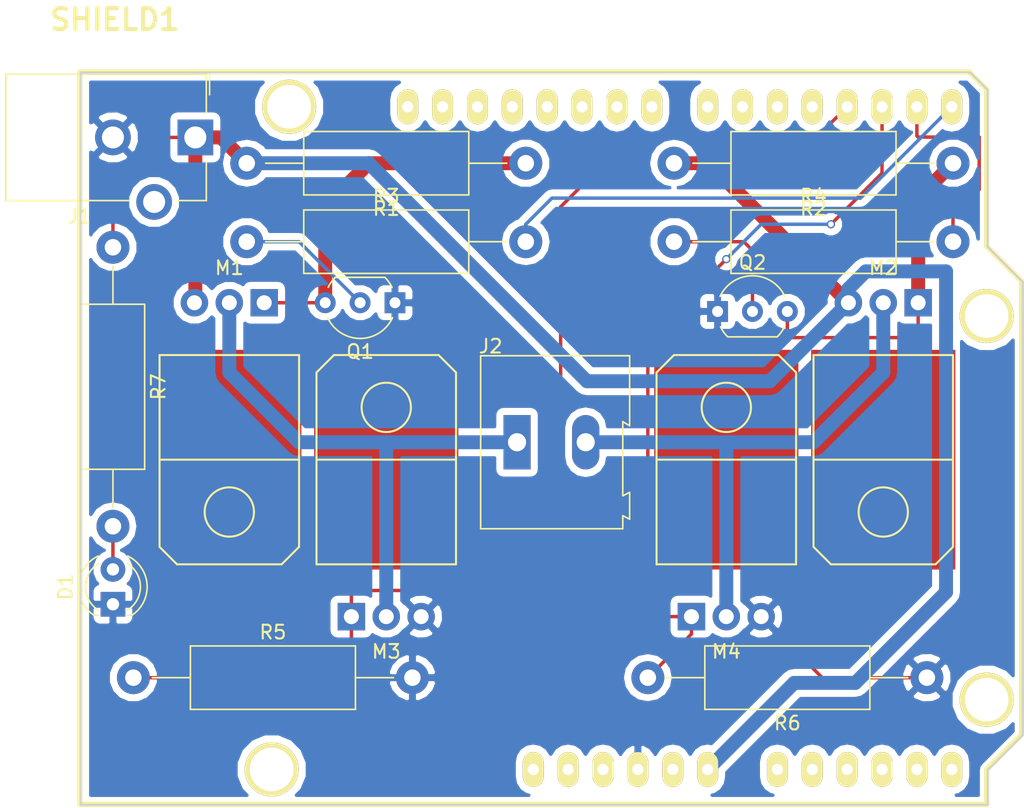
<source format=kicad_pcb>
(kicad_pcb (version 4) (host pcbnew 4.0.7)

  (general
    (links 31)
    (no_connects 0)
    (area 0 0 0 0)
    (thickness 1.6)
    (drawings 9)
    (tracks 79)
    (zones 0)
    (modules 17)
    (nets 37)
  )

  (page A4)
  (layers
    (0 F.Cu signal)
    (31 B.Cu signal)
    (32 B.Adhes user)
    (33 F.Adhes user)
    (34 B.Paste user)
    (35 F.Paste user)
    (36 B.SilkS user)
    (37 F.SilkS user)
    (38 B.Mask user)
    (39 F.Mask user)
    (40 Dwgs.User user)
    (41 Cmts.User user)
    (42 Eco1.User user)
    (43 Eco2.User user)
    (44 Edge.Cuts user)
    (45 Margin user)
    (46 B.CrtYd user)
    (47 F.CrtYd user)
    (48 B.Fab user)
    (49 F.Fab user)
  )

  (setup
    (last_trace_width 0.25)
    (user_trace_width 1.016)
    (trace_clearance 0.2)
    (zone_clearance 0.508)
    (zone_45_only yes)
    (trace_min 0.2)
    (segment_width 0.2)
    (edge_width 0.15)
    (via_size 0.6)
    (via_drill 0.4)
    (via_min_size 0.4)
    (via_min_drill 0.3)
    (uvia_size 0.3)
    (uvia_drill 0.1)
    (uvias_allowed no)
    (uvia_min_size 0.2)
    (uvia_min_drill 0.1)
    (pcb_text_width 0.3)
    (pcb_text_size 1.5 1.5)
    (mod_edge_width 0.15)
    (mod_text_size 1 1)
    (mod_text_width 0.15)
    (pad_size 1.524 1.524)
    (pad_drill 0.762)
    (pad_to_mask_clearance 0.2)
    (aux_axis_origin 0 0)
    (visible_elements 7FFFFFFF)
    (pcbplotparams
      (layerselection 0x00030_80000001)
      (usegerberextensions false)
      (excludeedgelayer true)
      (linewidth 0.100000)
      (plotframeref false)
      (viasonmask false)
      (mode 1)
      (useauxorigin false)
      (hpglpennumber 1)
      (hpglpenspeed 20)
      (hpglpendiameter 15)
      (hpglpenoverlay 2)
      (psnegative false)
      (psa4output false)
      (plotreference true)
      (plotvalue true)
      (plotinvisibletext false)
      (padsonsilk false)
      (subtractmaskfromsilk false)
      (outputformat 1)
      (mirror false)
      (drillshape 1)
      (scaleselection 1)
      (outputdirectory ""))
  )

  (net 0 "")
  (net 1 "Net-(J1-Pad1)")
  (net 2 "Net-(J2-Pad1)")
  (net 3 "Net-(J2-Pad2)")
  (net 4 "Net-(M1-Pad1)")
  (net 5 "Net-(M2-Pad1)")
  (net 6 "Net-(M3-Pad1)")
  (net 7 GND)
  (net 8 "Net-(M4-Pad1)")
  (net 9 "Net-(Q1-Pad2)")
  (net 10 "Net-(Q2-Pad2)")
  (net 11 "Net-(R3-Pad2)")
  (net 12 "Net-(R4-Pad2)")
  (net 13 "Net-(SHIELD1-PadAD5)")
  (net 14 "Net-(SHIELD1-PadAD4)")
  (net 15 "Net-(SHIELD1-PadAD3)")
  (net 16 "Net-(SHIELD1-PadAD0)")
  (net 17 "Net-(SHIELD1-PadAD1)")
  (net 18 "Net-(SHIELD1-PadAD2)")
  (net 19 "Net-(SHIELD1-PadGND2)")
  (net 20 "Net-(SHIELD1-Pad3V3)")
  (net 21 "Net-(SHIELD1-PadRST)")
  (net 22 "Net-(SHIELD1-Pad4)")
  (net 23 "Net-(SHIELD1-Pad5)")
  (net 24 "Net-(SHIELD1-Pad6)")
  (net 25 "Net-(SHIELD1-Pad7)")
  (net 26 "Net-(SHIELD1-Pad8)")
  (net 27 "Net-(SHIELD1-Pad9)")
  (net 28 "Net-(SHIELD1-Pad10)")
  (net 29 "Net-(SHIELD1-Pad11)")
  (net 30 "Net-(SHIELD1-Pad12)")
  (net 31 "Net-(SHIELD1-Pad13)")
  (net 32 "Net-(SHIELD1-PadGND3)")
  (net 33 "Net-(SHIELD1-PadAREF)")
  (net 34 "Net-(SHIELD1-Pad5V)")
  (net 35 "Net-(D1-Pad2)")
  (net 36 "Net-(J1-Pad3)")

  (net_class Default "This is the default net class."
    (clearance 0.2)
    (trace_width 0.25)
    (via_dia 0.6)
    (via_drill 0.4)
    (uvia_dia 0.3)
    (uvia_drill 0.1)
    (add_net GND)
    (add_net "Net-(D1-Pad2)")
    (add_net "Net-(J1-Pad1)")
    (add_net "Net-(J1-Pad3)")
    (add_net "Net-(J2-Pad1)")
    (add_net "Net-(J2-Pad2)")
    (add_net "Net-(M1-Pad1)")
    (add_net "Net-(M2-Pad1)")
    (add_net "Net-(M3-Pad1)")
    (add_net "Net-(M4-Pad1)")
    (add_net "Net-(Q1-Pad2)")
    (add_net "Net-(Q2-Pad2)")
    (add_net "Net-(R3-Pad2)")
    (add_net "Net-(R4-Pad2)")
    (add_net "Net-(SHIELD1-Pad10)")
    (add_net "Net-(SHIELD1-Pad11)")
    (add_net "Net-(SHIELD1-Pad12)")
    (add_net "Net-(SHIELD1-Pad13)")
    (add_net "Net-(SHIELD1-Pad3V3)")
    (add_net "Net-(SHIELD1-Pad4)")
    (add_net "Net-(SHIELD1-Pad5)")
    (add_net "Net-(SHIELD1-Pad5V)")
    (add_net "Net-(SHIELD1-Pad6)")
    (add_net "Net-(SHIELD1-Pad7)")
    (add_net "Net-(SHIELD1-Pad8)")
    (add_net "Net-(SHIELD1-Pad9)")
    (add_net "Net-(SHIELD1-PadAD0)")
    (add_net "Net-(SHIELD1-PadAD1)")
    (add_net "Net-(SHIELD1-PadAD2)")
    (add_net "Net-(SHIELD1-PadAD3)")
    (add_net "Net-(SHIELD1-PadAD4)")
    (add_net "Net-(SHIELD1-PadAD5)")
    (add_net "Net-(SHIELD1-PadAREF)")
    (add_net "Net-(SHIELD1-PadGND2)")
    (add_net "Net-(SHIELD1-PadGND3)")
    (add_net "Net-(SHIELD1-PadRST)")
  )

  (module "arduino_shields.mod:ARDUINO SHIELD" locked (layer F.Cu) (tedit 4CD6A37D) (tstamp 5A8B843C)
    (at 104.05057 101.2992)
    (path /5A873868)
    (fp_text reference SHIELD1 (at 2.54 -57.15) (layer F.SilkS)
      (effects (font (thickness 0.3048)))
    )
    (fp_text value ARDUINO_SHIELD (at 5.08 -54.61) (layer F.SilkS) hide
      (effects (font (thickness 0.3048)))
    )
    (fp_line (start 66.04 -40.64) (end 66.04 -52.07) (layer F.SilkS) (width 0.381))
    (fp_line (start 66.04 -52.07) (end 64.77 -53.34) (layer F.SilkS) (width 0.381))
    (fp_line (start 64.77 -53.34) (end 0 -53.34) (layer F.SilkS) (width 0.381))
    (fp_line (start 66.04 0) (end 0 0) (layer F.SilkS) (width 0.381))
    (fp_line (start 0 0) (end 0 -53.34) (layer F.SilkS) (width 0.381))
    (fp_line (start 66.04 -40.64) (end 68.58 -38.1) (layer F.SilkS) (width 0.381))
    (fp_line (start 68.58 -38.1) (end 68.58 -5.08) (layer F.SilkS) (width 0.381))
    (fp_line (start 68.58 -5.08) (end 66.04 -2.54) (layer F.SilkS) (width 0.381))
    (fp_line (start 66.04 -2.54) (end 66.04 0) (layer F.SilkS) (width 0.381))
    (pad AD5 thru_hole oval (at 63.5 -2.54 90) (size 2.54 1.524) (drill 0.8128) (layers *.Cu *.Mask F.SilkS)
      (net 13 "Net-(SHIELD1-PadAD5)"))
    (pad AD4 thru_hole oval (at 60.96 -2.54 90) (size 2.54 1.524) (drill 0.8128) (layers *.Cu *.Mask F.SilkS)
      (net 14 "Net-(SHIELD1-PadAD4)"))
    (pad AD3 thru_hole oval (at 58.42 -2.54 90) (size 2.54 1.524) (drill 0.8128) (layers *.Cu *.Mask F.SilkS)
      (net 15 "Net-(SHIELD1-PadAD3)"))
    (pad AD0 thru_hole oval (at 50.8 -2.54 90) (size 2.54 1.524) (drill 0.8128) (layers *.Cu *.Mask F.SilkS)
      (net 16 "Net-(SHIELD1-PadAD0)"))
    (pad AD1 thru_hole oval (at 53.34 -2.54 90) (size 2.54 1.524) (drill 0.8128) (layers *.Cu *.Mask F.SilkS)
      (net 17 "Net-(SHIELD1-PadAD1)"))
    (pad AD2 thru_hole oval (at 55.88 -2.54 90) (size 2.54 1.524) (drill 0.8128) (layers *.Cu *.Mask F.SilkS)
      (net 18 "Net-(SHIELD1-PadAD2)"))
    (pad V_IN thru_hole oval (at 45.72 -2.54 90) (size 2.54 1.524) (drill 0.8128) (layers *.Cu *.Mask F.SilkS)
      (net 1 "Net-(J1-Pad1)"))
    (pad GND2 thru_hole oval (at 43.18 -2.54 90) (size 2.54 1.524) (drill 0.8128) (layers *.Cu *.Mask F.SilkS)
      (net 19 "Net-(SHIELD1-PadGND2)"))
    (pad GND1 thru_hole oval (at 40.64 -2.54 90) (size 2.54 1.524) (drill 0.8128) (layers *.Cu *.Mask F.SilkS)
      (net 7 GND))
    (pad 3V3 thru_hole oval (at 35.56 -2.54 90) (size 2.54 1.524) (drill 0.8128) (layers *.Cu *.Mask F.SilkS)
      (net 20 "Net-(SHIELD1-Pad3V3)"))
    (pad RST thru_hole oval (at 33.02 -2.54 90) (size 2.54 1.524) (drill 0.8128) (layers *.Cu *.Mask F.SilkS)
      (net 21 "Net-(SHIELD1-PadRST)"))
    (pad 0 thru_hole oval (at 63.5 -50.8 90) (size 2.54 1.524) (drill 0.8128) (layers *.Cu *.Mask F.SilkS)
      (net 11 "Net-(R3-Pad2)"))
    (pad 1 thru_hole oval (at 60.96 -50.8 90) (size 2.54 1.524) (drill 0.8128) (layers *.Cu *.Mask F.SilkS)
      (net 12 "Net-(R4-Pad2)"))
    (pad 2 thru_hole oval (at 58.42 -50.8 90) (size 2.54 1.524) (drill 0.8128) (layers *.Cu *.Mask F.SilkS)
      (net 8 "Net-(M4-Pad1)"))
    (pad 3 thru_hole oval (at 55.88 -50.8 90) (size 2.54 1.524) (drill 0.8128) (layers *.Cu *.Mask F.SilkS)
      (net 6 "Net-(M3-Pad1)"))
    (pad 4 thru_hole oval (at 53.34 -50.8 90) (size 2.54 1.524) (drill 0.8128) (layers *.Cu *.Mask F.SilkS)
      (net 22 "Net-(SHIELD1-Pad4)"))
    (pad 5 thru_hole oval (at 50.8 -50.8 90) (size 2.54 1.524) (drill 0.8128) (layers *.Cu *.Mask F.SilkS)
      (net 23 "Net-(SHIELD1-Pad5)"))
    (pad 6 thru_hole oval (at 48.26 -50.8 90) (size 2.54 1.524) (drill 0.8128) (layers *.Cu *.Mask F.SilkS)
      (net 24 "Net-(SHIELD1-Pad6)"))
    (pad 7 thru_hole oval (at 45.72 -50.8 90) (size 2.54 1.524) (drill 0.8128) (layers *.Cu *.Mask F.SilkS)
      (net 25 "Net-(SHIELD1-Pad7)"))
    (pad 8 thru_hole oval (at 41.656 -50.8 90) (size 2.54 1.524) (drill 0.8128) (layers *.Cu *.Mask F.SilkS)
      (net 26 "Net-(SHIELD1-Pad8)"))
    (pad 9 thru_hole oval (at 39.116 -50.8 90) (size 2.54 1.524) (drill 0.8128) (layers *.Cu *.Mask F.SilkS)
      (net 27 "Net-(SHIELD1-Pad9)"))
    (pad 10 thru_hole oval (at 36.576 -50.8 90) (size 2.54 1.524) (drill 0.8128) (layers *.Cu *.Mask F.SilkS)
      (net 28 "Net-(SHIELD1-Pad10)"))
    (pad 11 thru_hole oval (at 34.036 -50.8 90) (size 2.54 1.524) (drill 0.8128) (layers *.Cu *.Mask F.SilkS)
      (net 29 "Net-(SHIELD1-Pad11)"))
    (pad 12 thru_hole oval (at 31.496 -50.8 90) (size 2.54 1.524) (drill 0.8128) (layers *.Cu *.Mask F.SilkS)
      (net 30 "Net-(SHIELD1-Pad12)"))
    (pad 13 thru_hole oval (at 28.956 -50.8 90) (size 2.54 1.524) (drill 0.8128) (layers *.Cu *.Mask F.SilkS)
      (net 31 "Net-(SHIELD1-Pad13)"))
    (pad GND3 thru_hole oval (at 26.416 -50.8 90) (size 2.54 1.524) (drill 0.8128) (layers *.Cu *.Mask F.SilkS)
      (net 32 "Net-(SHIELD1-PadGND3)"))
    (pad AREF thru_hole oval (at 23.876 -50.8 90) (size 2.54 1.524) (drill 0.8128) (layers *.Cu *.Mask F.SilkS)
      (net 33 "Net-(SHIELD1-PadAREF)"))
    (pad 5V thru_hole oval (at 38.1 -2.54 90) (size 2.54 1.524) (drill 0.8128) (layers *.Cu *.Mask F.SilkS)
      (net 34 "Net-(SHIELD1-Pad5V)"))
    (pad "" thru_hole circle (at 66.04 -7.62 90) (size 3.937 3.937) (drill 3.175) (layers *.Cu *.Mask F.SilkS))
    (pad "" thru_hole circle (at 66.04 -35.56 90) (size 3.937 3.937) (drill 3.175) (layers *.Cu *.Mask F.SilkS))
    (pad "" thru_hole circle (at 15.24 -50.8 90) (size 3.937 3.937) (drill 3.175) (layers *.Cu *.Mask F.SilkS))
    (pad "" thru_hole circle (at 13.97 -2.54 90) (size 3.937 3.937) (drill 3.175) (layers *.Cu *.Mask F.SilkS))
  )

  (module Resistors_THT:R_Axial_DIN0414_L11.9mm_D4.5mm_P20.32mm_Horizontal (layer F.Cu) (tedit 5874F706) (tstamp 5A8B83F4)
    (at 136.525 54.61 180)
    (descr "Resistor, Axial_DIN0414 series, Axial, Horizontal, pin pitch=20.32mm, 2W, length*diameter=11.9*4.5mm^2, http://www.vishay.com/docs/20128/wkxwrx.pdf")
    (tags "Resistor Axial_DIN0414 series Axial Horizontal pin pitch 20.32mm 2W length 11.9mm diameter 4.5mm")
    (path /5A873C81)
    (fp_text reference R1 (at 10.16 -3.31 180) (layer F.SilkS)
      (effects (font (size 1 1) (thickness 0.15)))
    )
    (fp_text value 1Kohm (at 10.16 3.31 180) (layer F.Fab)
      (effects (font (size 1 1) (thickness 0.15)))
    )
    (fp_line (start 4.21 -2.25) (end 4.21 2.25) (layer F.Fab) (width 0.1))
    (fp_line (start 4.21 2.25) (end 16.11 2.25) (layer F.Fab) (width 0.1))
    (fp_line (start 16.11 2.25) (end 16.11 -2.25) (layer F.Fab) (width 0.1))
    (fp_line (start 16.11 -2.25) (end 4.21 -2.25) (layer F.Fab) (width 0.1))
    (fp_line (start 0 0) (end 4.21 0) (layer F.Fab) (width 0.1))
    (fp_line (start 20.32 0) (end 16.11 0) (layer F.Fab) (width 0.1))
    (fp_line (start 4.15 -2.31) (end 4.15 2.31) (layer F.SilkS) (width 0.12))
    (fp_line (start 4.15 2.31) (end 16.17 2.31) (layer F.SilkS) (width 0.12))
    (fp_line (start 16.17 2.31) (end 16.17 -2.31) (layer F.SilkS) (width 0.12))
    (fp_line (start 16.17 -2.31) (end 4.15 -2.31) (layer F.SilkS) (width 0.12))
    (fp_line (start 1.38 0) (end 4.15 0) (layer F.SilkS) (width 0.12))
    (fp_line (start 18.94 0) (end 16.17 0) (layer F.SilkS) (width 0.12))
    (fp_line (start -1.45 -2.6) (end -1.45 2.6) (layer F.CrtYd) (width 0.05))
    (fp_line (start -1.45 2.6) (end 21.8 2.6) (layer F.CrtYd) (width 0.05))
    (fp_line (start 21.8 2.6) (end 21.8 -2.6) (layer F.CrtYd) (width 0.05))
    (fp_line (start 21.8 -2.6) (end -1.45 -2.6) (layer F.CrtYd) (width 0.05))
    (pad 1 thru_hole circle (at 0 0 180) (size 2.4 2.4) (drill 1.2) (layers *.Cu *.Mask)
      (net 4 "Net-(M1-Pad1)"))
    (pad 2 thru_hole oval (at 20.32 0 180) (size 2.4 2.4) (drill 1.2) (layers *.Cu *.Mask)
      (net 1 "Net-(J1-Pad1)"))
    (model ${KISYS3DMOD}/Resistors_THT.3dshapes/R_Axial_DIN0414_L11.9mm_D4.5mm_P20.32mm_Horizontal.wrl
      (at (xyz 0 0 0))
      (scale (xyz 0.393701 0.393701 0.393701))
      (rotate (xyz 0 0 0))
    )
  )

  (module LEDs:LED_D4.0mm (layer F.Cu) (tedit 587A3A7B) (tstamp 5A8B83B3)
    (at 106.46 86.73 90)
    (descr "LED, diameter 4.0mm, 2 pins, http://www.kingbright.com/attachments/file/psearch/000/00/00/L-43GD(Ver.12B).pdf")
    (tags "LED diameter 4.0mm 2 pins")
    (path /5A8B8A2B)
    (fp_text reference D1 (at 1.27 -3.46 90) (layer F.SilkS)
      (effects (font (size 1 1) (thickness 0.15)))
    )
    (fp_text value LED_Small (at 1.27 3.46 90) (layer F.Fab)
      (effects (font (size 1 1) (thickness 0.15)))
    )
    (fp_arc (start 1.27 0) (end -0.73 -1.32665) (angle 292.9) (layer F.Fab) (width 0.1))
    (fp_arc (start 1.27 0) (end -0.79 -1.398749) (angle 120.1) (layer F.SilkS) (width 0.12))
    (fp_arc (start 1.27 0) (end -0.79 1.398749) (angle -120.1) (layer F.SilkS) (width 0.12))
    (fp_arc (start 1.27 0) (end -0.41333 -1.08) (angle 114.6) (layer F.SilkS) (width 0.12))
    (fp_arc (start 1.27 0) (end -0.41333 1.08) (angle -114.6) (layer F.SilkS) (width 0.12))
    (fp_circle (center 1.27 0) (end 3.27 0) (layer F.Fab) (width 0.1))
    (fp_line (start -0.73 -1.32665) (end -0.73 1.32665) (layer F.Fab) (width 0.1))
    (fp_line (start -0.79 -1.399) (end -0.79 -1.08) (layer F.SilkS) (width 0.12))
    (fp_line (start -0.79 1.08) (end -0.79 1.399) (layer F.SilkS) (width 0.12))
    (fp_line (start -1.45 -2.75) (end -1.45 2.75) (layer F.CrtYd) (width 0.05))
    (fp_line (start -1.45 2.75) (end 4 2.75) (layer F.CrtYd) (width 0.05))
    (fp_line (start 4 2.75) (end 4 -2.75) (layer F.CrtYd) (width 0.05))
    (fp_line (start 4 -2.75) (end -1.45 -2.75) (layer F.CrtYd) (width 0.05))
    (pad 1 thru_hole rect (at 0 0 90) (size 1.8 1.8) (drill 0.9) (layers *.Cu *.Mask)
      (net 7 GND))
    (pad 2 thru_hole circle (at 2.54 0 90) (size 1.8 1.8) (drill 0.9) (layers *.Cu *.Mask)
      (net 35 "Net-(D1-Pad2)"))
    (model ${KISYS3DMOD}/LEDs.3dshapes/LED_D4.0mm.wrl
      (at (xyz 0 0 0))
      (scale (xyz 0.393701 0.393701 0.393701))
      (rotate (xyz 0 0 0))
    )
  )

  (module Connectors:Barrel_Jack_CUI_PJ-102AH (layer F.Cu) (tedit 59BC552D) (tstamp 5A8B83BA)
    (at 112.46 52.73 270)
    (descr "Thin-pin DC Barrel Jack, https://cdn-shop.adafruit.com/datasheets/21mmdcjackDatasheet.pdf")
    (tags "Power Jack")
    (path /5A8B86B5)
    (fp_text reference J1 (at 5.75 8.45 360) (layer F.SilkS)
      (effects (font (size 1 1) (thickness 0.15)))
    )
    (fp_text value Barrel_Jack (at -5.5 6.2 360) (layer F.Fab)
      (effects (font (size 1 1) (thickness 0.15)))
    )
    (fp_line (start 1.8 -1.8) (end 1.8 -1.2) (layer F.CrtYd) (width 0.05))
    (fp_line (start 1.8 -1.2) (end 5 -1.2) (layer F.CrtYd) (width 0.05))
    (fp_line (start 5 -1.2) (end 5 1.2) (layer F.CrtYd) (width 0.05))
    (fp_line (start 5 1.2) (end 6.5 1.2) (layer F.CrtYd) (width 0.05))
    (fp_line (start 6.5 1.2) (end 6.5 4.8) (layer F.CrtYd) (width 0.05))
    (fp_line (start 6.5 4.8) (end 5 4.8) (layer F.CrtYd) (width 0.05))
    (fp_line (start 5 4.8) (end 5 14.2) (layer F.CrtYd) (width 0.05))
    (fp_line (start 5 14.2) (end -5 14.2) (layer F.CrtYd) (width 0.05))
    (fp_line (start -5 14.2) (end -5 -1.2) (layer F.CrtYd) (width 0.05))
    (fp_line (start -5 -1.2) (end -1.8 -1.2) (layer F.CrtYd) (width 0.05))
    (fp_line (start -1.8 -1.2) (end -1.8 -1.8) (layer F.CrtYd) (width 0.05))
    (fp_line (start -1.8 -1.8) (end 1.8 -1.8) (layer F.CrtYd) (width 0.05))
    (fp_line (start 4.6 4.8) (end 4.6 13.8) (layer F.SilkS) (width 0.12))
    (fp_line (start 4.6 13.8) (end -4.6 13.8) (layer F.SilkS) (width 0.12))
    (fp_line (start -4.6 13.8) (end -4.6 -0.8) (layer F.SilkS) (width 0.12))
    (fp_line (start -4.6 -0.8) (end -1.8 -0.8) (layer F.SilkS) (width 0.12))
    (fp_line (start 1.8 -0.8) (end 4.6 -0.8) (layer F.SilkS) (width 0.12))
    (fp_line (start 4.6 -0.8) (end 4.6 1.2) (layer F.SilkS) (width 0.12))
    (fp_line (start -4.84 0.7) (end -4.84 -1.04) (layer F.SilkS) (width 0.12))
    (fp_line (start -4.84 -1.04) (end -3.1 -1.04) (layer F.SilkS) (width 0.12))
    (fp_line (start 4.5 -0.7) (end 4.5 13.7) (layer F.Fab) (width 0.1))
    (fp_line (start 4.5 13.7) (end -4.5 13.7) (layer F.Fab) (width 0.1))
    (fp_line (start -4.5 13.7) (end -4.5 0.3) (layer F.Fab) (width 0.1))
    (fp_line (start -4.5 0.3) (end -3.5 -0.7) (layer F.Fab) (width 0.1))
    (fp_line (start -3.5 -0.7) (end 4.5 -0.7) (layer F.Fab) (width 0.1))
    (fp_line (start -4.5 10.2) (end 4.5 10.2) (layer F.Fab) (width 0.1))
    (fp_text user %R (at 0 6.5 270) (layer F.Fab)
      (effects (font (size 1 1) (thickness 0.15)))
    )
    (pad 1 thru_hole rect (at 0 0 270) (size 2.6 2.6) (drill 1.6) (layers *.Cu *.Mask)
      (net 1 "Net-(J1-Pad1)"))
    (pad 2 thru_hole circle (at 0 6 270) (size 2.6 2.6) (drill 1.6) (layers *.Cu *.Mask)
      (net 7 GND))
    (pad 3 thru_hole circle (at 4.7 3 270) (size 2.6 2.6) (drill 1.6) (layers *.Cu *.Mask)
      (net 36 "Net-(J1-Pad3)"))
    (model ${KISYS3DMOD}/Connectors.3dshapes/Barrel_Jack_CUI_PJ-102AH.wrl
      (at (xyz 0 0 0))
      (scale (xyz 1 1 1))
      (rotate (xyz 0 0 0))
    )
  )

  (module Connectors_Terminal_Blocks:TerminalBlock_Altech_AK300-2_P5.00mm (layer F.Cu) (tedit 59FF0306) (tstamp 5A8B83C0)
    (at 135.89 74.93)
    (descr "Altech AK300 terminal block, pitch 5.0mm, 45 degree angled, see http://www.mouser.com/ds/2/16/PCBMETRC-24178.pdf")
    (tags "Altech AK300 terminal block pitch 5.0mm")
    (path /5A872283)
    (fp_text reference J2 (at -1.92 -6.99) (layer F.SilkS)
      (effects (font (size 1 1) (thickness 0.15)))
    )
    (fp_text value "Motor Connection" (at 2.78 7.75) (layer F.Fab)
      (effects (font (size 1 1) (thickness 0.15)))
    )
    (fp_text user %R (at 2.5 -2) (layer F.Fab)
      (effects (font (size 1 1) (thickness 0.15)))
    )
    (fp_line (start -2.65 -6.3) (end -2.65 6.3) (layer F.SilkS) (width 0.12))
    (fp_line (start -2.65 6.3) (end 7.7 6.3) (layer F.SilkS) (width 0.12))
    (fp_line (start 7.7 6.3) (end 7.7 5.35) (layer F.SilkS) (width 0.12))
    (fp_line (start 7.7 5.35) (end 8.2 5.6) (layer F.SilkS) (width 0.12))
    (fp_line (start 8.2 5.6) (end 8.2 3.7) (layer F.SilkS) (width 0.12))
    (fp_line (start 8.2 3.7) (end 8.2 3.65) (layer F.SilkS) (width 0.12))
    (fp_line (start 8.2 3.65) (end 7.7 3.9) (layer F.SilkS) (width 0.12))
    (fp_line (start 7.7 3.9) (end 7.7 -1.5) (layer F.SilkS) (width 0.12))
    (fp_line (start 7.7 -1.5) (end 8.2 -1.2) (layer F.SilkS) (width 0.12))
    (fp_line (start 8.2 -1.2) (end 8.2 -6.3) (layer F.SilkS) (width 0.12))
    (fp_line (start 8.2 -6.3) (end -2.65 -6.3) (layer F.SilkS) (width 0.12))
    (fp_line (start -1.26 2.54) (end 1.28 2.54) (layer F.Fab) (width 0.1))
    (fp_line (start 1.28 2.54) (end 1.28 -0.25) (layer F.Fab) (width 0.1))
    (fp_line (start -1.26 -0.25) (end 1.28 -0.25) (layer F.Fab) (width 0.1))
    (fp_line (start -1.26 2.54) (end -1.26 -0.25) (layer F.Fab) (width 0.1))
    (fp_line (start 3.74 2.54) (end 6.28 2.54) (layer F.Fab) (width 0.1))
    (fp_line (start 6.28 2.54) (end 6.28 -0.25) (layer F.Fab) (width 0.1))
    (fp_line (start 3.74 -0.25) (end 6.28 -0.25) (layer F.Fab) (width 0.1))
    (fp_line (start 3.74 2.54) (end 3.74 -0.25) (layer F.Fab) (width 0.1))
    (fp_line (start 7.61 -6.22) (end 7.61 -3.17) (layer F.Fab) (width 0.1))
    (fp_line (start 7.61 -6.22) (end -2.58 -6.22) (layer F.Fab) (width 0.1))
    (fp_line (start 7.61 -6.22) (end 8.11 -6.22) (layer F.Fab) (width 0.1))
    (fp_line (start 8.11 -6.22) (end 8.11 -1.4) (layer F.Fab) (width 0.1))
    (fp_line (start 8.11 -1.4) (end 7.61 -1.65) (layer F.Fab) (width 0.1))
    (fp_line (start 8.11 5.46) (end 7.61 5.21) (layer F.Fab) (width 0.1))
    (fp_line (start 7.61 5.21) (end 7.61 6.22) (layer F.Fab) (width 0.1))
    (fp_line (start 8.11 3.81) (end 7.61 4.06) (layer F.Fab) (width 0.1))
    (fp_line (start 7.61 4.06) (end 7.61 5.21) (layer F.Fab) (width 0.1))
    (fp_line (start 8.11 3.81) (end 8.11 5.46) (layer F.Fab) (width 0.1))
    (fp_line (start 2.98 6.22) (end 2.98 4.32) (layer F.Fab) (width 0.1))
    (fp_line (start 7.05 -0.25) (end 7.05 4.32) (layer F.Fab) (width 0.1))
    (fp_line (start 2.98 6.22) (end 7.05 6.22) (layer F.Fab) (width 0.1))
    (fp_line (start 7.05 6.22) (end 7.61 6.22) (layer F.Fab) (width 0.1))
    (fp_line (start 2.04 6.22) (end 2.04 4.32) (layer F.Fab) (width 0.1))
    (fp_line (start 2.04 6.22) (end 2.98 6.22) (layer F.Fab) (width 0.1))
    (fp_line (start -2.02 -0.25) (end -2.02 4.32) (layer F.Fab) (width 0.1))
    (fp_line (start -2.58 6.22) (end -2.02 6.22) (layer F.Fab) (width 0.1))
    (fp_line (start -2.02 6.22) (end 2.04 6.22) (layer F.Fab) (width 0.1))
    (fp_line (start 2.98 4.32) (end 7.05 4.32) (layer F.Fab) (width 0.1))
    (fp_line (start 2.98 4.32) (end 2.98 -0.25) (layer F.Fab) (width 0.1))
    (fp_line (start 7.05 4.32) (end 7.05 6.22) (layer F.Fab) (width 0.1))
    (fp_line (start 2.04 4.32) (end -2.02 4.32) (layer F.Fab) (width 0.1))
    (fp_line (start 2.04 4.32) (end 2.04 -0.25) (layer F.Fab) (width 0.1))
    (fp_line (start -2.02 4.32) (end -2.02 6.22) (layer F.Fab) (width 0.1))
    (fp_line (start 6.67 3.68) (end 6.67 0.51) (layer F.Fab) (width 0.1))
    (fp_line (start 6.67 3.68) (end 3.36 3.68) (layer F.Fab) (width 0.1))
    (fp_line (start 3.36 3.68) (end 3.36 0.51) (layer F.Fab) (width 0.1))
    (fp_line (start 1.66 3.68) (end 1.66 0.51) (layer F.Fab) (width 0.1))
    (fp_line (start 1.66 3.68) (end -1.64 3.68) (layer F.Fab) (width 0.1))
    (fp_line (start -1.64 3.68) (end -1.64 0.51) (layer F.Fab) (width 0.1))
    (fp_line (start -1.64 0.51) (end -1.26 0.51) (layer F.Fab) (width 0.1))
    (fp_line (start 1.66 0.51) (end 1.28 0.51) (layer F.Fab) (width 0.1))
    (fp_line (start 3.36 0.51) (end 3.74 0.51) (layer F.Fab) (width 0.1))
    (fp_line (start 6.67 0.51) (end 6.28 0.51) (layer F.Fab) (width 0.1))
    (fp_line (start -2.58 6.22) (end -2.58 -0.64) (layer F.Fab) (width 0.1))
    (fp_line (start -2.58 -0.64) (end -2.58 -3.17) (layer F.Fab) (width 0.1))
    (fp_line (start 7.61 -1.65) (end 7.61 -0.64) (layer F.Fab) (width 0.1))
    (fp_line (start 7.61 -0.64) (end 7.61 4.06) (layer F.Fab) (width 0.1))
    (fp_line (start -2.58 -3.17) (end 7.61 -3.17) (layer F.Fab) (width 0.1))
    (fp_line (start -2.58 -3.17) (end -2.58 -6.22) (layer F.Fab) (width 0.1))
    (fp_line (start 7.61 -3.17) (end 7.61 -1.65) (layer F.Fab) (width 0.1))
    (fp_line (start 2.98 -3.43) (end 2.98 -5.97) (layer F.Fab) (width 0.1))
    (fp_line (start 2.98 -5.97) (end 7.05 -5.97) (layer F.Fab) (width 0.1))
    (fp_line (start 7.05 -5.97) (end 7.05 -3.43) (layer F.Fab) (width 0.1))
    (fp_line (start 7.05 -3.43) (end 2.98 -3.43) (layer F.Fab) (width 0.1))
    (fp_line (start 2.04 -3.43) (end 2.04 -5.97) (layer F.Fab) (width 0.1))
    (fp_line (start 2.04 -3.43) (end -2.02 -3.43) (layer F.Fab) (width 0.1))
    (fp_line (start -2.02 -3.43) (end -2.02 -5.97) (layer F.Fab) (width 0.1))
    (fp_line (start 2.04 -5.97) (end -2.02 -5.97) (layer F.Fab) (width 0.1))
    (fp_line (start 3.39 -4.45) (end 6.44 -5.08) (layer F.Fab) (width 0.1))
    (fp_line (start 3.52 -4.32) (end 6.56 -4.95) (layer F.Fab) (width 0.1))
    (fp_line (start -1.62 -4.45) (end 1.44 -5.08) (layer F.Fab) (width 0.1))
    (fp_line (start -1.49 -4.32) (end 1.56 -4.95) (layer F.Fab) (width 0.1))
    (fp_line (start -2.02 -0.25) (end -1.64 -0.25) (layer F.Fab) (width 0.1))
    (fp_line (start 2.04 -0.25) (end 1.66 -0.25) (layer F.Fab) (width 0.1))
    (fp_line (start 1.66 -0.25) (end -1.64 -0.25) (layer F.Fab) (width 0.1))
    (fp_line (start -2.58 -0.64) (end -1.64 -0.64) (layer F.Fab) (width 0.1))
    (fp_line (start -1.64 -0.64) (end 1.66 -0.64) (layer F.Fab) (width 0.1))
    (fp_line (start 1.66 -0.64) (end 3.36 -0.64) (layer F.Fab) (width 0.1))
    (fp_line (start 7.61 -0.64) (end 6.67 -0.64) (layer F.Fab) (width 0.1))
    (fp_line (start 6.67 -0.64) (end 3.36 -0.64) (layer F.Fab) (width 0.1))
    (fp_line (start 7.05 -0.25) (end 6.67 -0.25) (layer F.Fab) (width 0.1))
    (fp_line (start 2.98 -0.25) (end 3.36 -0.25) (layer F.Fab) (width 0.1))
    (fp_line (start 3.36 -0.25) (end 6.67 -0.25) (layer F.Fab) (width 0.1))
    (fp_line (start -2.83 -6.47) (end 8.36 -6.47) (layer F.CrtYd) (width 0.05))
    (fp_line (start -2.83 -6.47) (end -2.83 6.47) (layer F.CrtYd) (width 0.05))
    (fp_line (start 8.36 6.47) (end 8.36 -6.47) (layer F.CrtYd) (width 0.05))
    (fp_line (start 8.36 6.47) (end -2.83 6.47) (layer F.CrtYd) (width 0.05))
    (fp_arc (start 6.03 -4.59) (end 6.54 -5.05) (angle 90.5) (layer F.Fab) (width 0.1))
    (fp_arc (start 5.07 -6.07) (end 6.53 -4.12) (angle 75.5) (layer F.Fab) (width 0.1))
    (fp_arc (start 4.99 -3.71) (end 3.39 -5) (angle 100) (layer F.Fab) (width 0.1))
    (fp_arc (start 3.87 -4.65) (end 3.58 -4.13) (angle 104.2) (layer F.Fab) (width 0.1))
    (fp_arc (start 1.03 -4.59) (end 1.53 -5.05) (angle 90.5) (layer F.Fab) (width 0.1))
    (fp_arc (start 0.06 -6.07) (end 1.53 -4.12) (angle 75.5) (layer F.Fab) (width 0.1))
    (fp_arc (start -0.01 -3.71) (end -1.62 -5) (angle 100) (layer F.Fab) (width 0.1))
    (fp_arc (start -1.13 -4.65) (end -1.42 -4.13) (angle 104.2) (layer F.Fab) (width 0.1))
    (pad 1 thru_hole rect (at 0 0) (size 1.98 3.96) (drill 1.32) (layers *.Cu *.Mask)
      (net 2 "Net-(J2-Pad1)"))
    (pad 2 thru_hole oval (at 5 0) (size 1.98 3.96) (drill 1.32) (layers *.Cu *.Mask)
      (net 3 "Net-(J2-Pad2)"))
    (model ${KISYS3DMOD}/Terminal_Blocks.3dshapes/TerminalBlock_Altech_AK300-2_P5.00mm.wrl
      (at (xyz 0 0 0))
      (scale (xyz 1 1 1))
      (rotate (xyz 0 0 0))
    )
  )

  (module Dom:TO220_Horizontal_Throght_Hole (layer F.Cu) (tedit 5A8727A8) (tstamp 5A8B83C8)
    (at 114.935 64.77 180)
    (path /5A8729B6)
    (fp_text reference M1 (at 0 2.54 360) (layer F.SilkS)
      (effects (font (size 1 1) (thickness 0.15)))
    )
    (fp_text value "P Channel Mosfet" (at -7.62 -8.89 270) (layer F.Fab)
      (effects (font (size 1 1) (thickness 0.15)))
    )
    (fp_circle (center 0 -15.24) (end 1.27 -13.97) (layer F.SilkS) (width 0.15))
    (fp_line (start -5.08 -11.43) (end 5.08 -11.43) (layer F.SilkS) (width 0.15))
    (fp_line (start -5.08 -17.78) (end -3.81 -19.05) (layer F.SilkS) (width 0.15))
    (fp_line (start -3.81 -19.05) (end 3.81 -19.05) (layer F.SilkS) (width 0.15))
    (fp_line (start 3.81 -19.05) (end 5.08 -17.78) (layer F.SilkS) (width 0.15))
    (fp_line (start 5.08 -17.78) (end 5.08 -3.81) (layer F.SilkS) (width 0.15))
    (fp_line (start 5.08 -3.81) (end -5.08 -3.81) (layer F.SilkS) (width 0.15))
    (fp_line (start -5.08 -3.81) (end -5.08 -17.78) (layer F.SilkS) (width 0.15))
    (pad 1 thru_hole rect (at -2.54 0 180) (size 2 2) (drill 1.0922) (layers *.Cu *.Mask)
      (net 4 "Net-(M1-Pad1)"))
    (pad 2 thru_hole circle (at 0 0 180) (size 2 2) (drill 1.0922) (layers *.Cu *.Mask)
      (net 2 "Net-(J2-Pad1)"))
    (pad 3 thru_hole circle (at 2.54 0 180) (size 2 2) (drill 1.0922) (layers *.Cu *.Mask)
      (net 1 "Net-(J1-Pad1)"))
    (pad 4 smd rect (at 0 -11.43 180) (size 10.5 16) (layers F.Cu F.Paste F.Mask))
  )

  (module Dom:TO220_Horizontal_Throght_Hole (layer F.Cu) (tedit 5A8727A8) (tstamp 5A8B83D0)
    (at 162.56 64.77 180)
    (path /5A872A0C)
    (fp_text reference M2 (at 0 2.54 360) (layer F.SilkS)
      (effects (font (size 1 1) (thickness 0.15)))
    )
    (fp_text value "P Channel Mosfet" (at -7.62 -8.89 270) (layer F.Fab)
      (effects (font (size 1 1) (thickness 0.15)))
    )
    (fp_circle (center 0 -15.24) (end 1.27 -13.97) (layer F.SilkS) (width 0.15))
    (fp_line (start -5.08 -11.43) (end 5.08 -11.43) (layer F.SilkS) (width 0.15))
    (fp_line (start -5.08 -17.78) (end -3.81 -19.05) (layer F.SilkS) (width 0.15))
    (fp_line (start -3.81 -19.05) (end 3.81 -19.05) (layer F.SilkS) (width 0.15))
    (fp_line (start 3.81 -19.05) (end 5.08 -17.78) (layer F.SilkS) (width 0.15))
    (fp_line (start 5.08 -17.78) (end 5.08 -3.81) (layer F.SilkS) (width 0.15))
    (fp_line (start 5.08 -3.81) (end -5.08 -3.81) (layer F.SilkS) (width 0.15))
    (fp_line (start -5.08 -3.81) (end -5.08 -17.78) (layer F.SilkS) (width 0.15))
    (pad 1 thru_hole rect (at -2.54 0 180) (size 2 2) (drill 1.0922) (layers *.Cu *.Mask)
      (net 5 "Net-(M2-Pad1)"))
    (pad 2 thru_hole circle (at 0 0 180) (size 2 2) (drill 1.0922) (layers *.Cu *.Mask)
      (net 3 "Net-(J2-Pad2)"))
    (pad 3 thru_hole circle (at 2.54 0 180) (size 2 2) (drill 1.0922) (layers *.Cu *.Mask)
      (net 1 "Net-(J1-Pad1)"))
    (pad 4 smd rect (at 0 -11.43 180) (size 10.5 16) (layers F.Cu F.Paste F.Mask))
  )

  (module Dom:TO220_Horizontal_Throght_Hole (layer F.Cu) (tedit 5A8727A8) (tstamp 5A8B83D8)
    (at 126.365 87.63)
    (path /5A871F19)
    (fp_text reference M3 (at 0 2.54 180) (layer F.SilkS)
      (effects (font (size 1 1) (thickness 0.15)))
    )
    (fp_text value "N Channel Mosfet" (at -7.62 -8.89 90) (layer F.Fab)
      (effects (font (size 1 1) (thickness 0.15)))
    )
    (fp_circle (center 0 -15.24) (end 1.27 -13.97) (layer F.SilkS) (width 0.15))
    (fp_line (start -5.08 -11.43) (end 5.08 -11.43) (layer F.SilkS) (width 0.15))
    (fp_line (start -5.08 -17.78) (end -3.81 -19.05) (layer F.SilkS) (width 0.15))
    (fp_line (start -3.81 -19.05) (end 3.81 -19.05) (layer F.SilkS) (width 0.15))
    (fp_line (start 3.81 -19.05) (end 5.08 -17.78) (layer F.SilkS) (width 0.15))
    (fp_line (start 5.08 -17.78) (end 5.08 -3.81) (layer F.SilkS) (width 0.15))
    (fp_line (start 5.08 -3.81) (end -5.08 -3.81) (layer F.SilkS) (width 0.15))
    (fp_line (start -5.08 -3.81) (end -5.08 -17.78) (layer F.SilkS) (width 0.15))
    (pad 1 thru_hole rect (at -2.54 0) (size 2 2) (drill 1.0922) (layers *.Cu *.Mask)
      (net 6 "Net-(M3-Pad1)"))
    (pad 2 thru_hole circle (at 0 0) (size 2 2) (drill 1.0922) (layers *.Cu *.Mask)
      (net 2 "Net-(J2-Pad1)"))
    (pad 3 thru_hole circle (at 2.54 0) (size 2 2) (drill 1.0922) (layers *.Cu *.Mask)
      (net 7 GND))
    (pad 4 smd rect (at 0 -11.43) (size 10.5 16) (layers F.Cu F.Paste F.Mask))
  )

  (module Dom:TO220_Horizontal_Throght_Hole (layer F.Cu) (tedit 5A8727A8) (tstamp 5A8B83E0)
    (at 151.13 87.63)
    (path /5A871FDA)
    (fp_text reference M4 (at 0 2.54 180) (layer F.SilkS)
      (effects (font (size 1 1) (thickness 0.15)))
    )
    (fp_text value "N Channel Mosfet" (at -7.62 -8.89 90) (layer F.Fab)
      (effects (font (size 1 1) (thickness 0.15)))
    )
    (fp_circle (center 0 -15.24) (end 1.27 -13.97) (layer F.SilkS) (width 0.15))
    (fp_line (start -5.08 -11.43) (end 5.08 -11.43) (layer F.SilkS) (width 0.15))
    (fp_line (start -5.08 -17.78) (end -3.81 -19.05) (layer F.SilkS) (width 0.15))
    (fp_line (start -3.81 -19.05) (end 3.81 -19.05) (layer F.SilkS) (width 0.15))
    (fp_line (start 3.81 -19.05) (end 5.08 -17.78) (layer F.SilkS) (width 0.15))
    (fp_line (start 5.08 -17.78) (end 5.08 -3.81) (layer F.SilkS) (width 0.15))
    (fp_line (start 5.08 -3.81) (end -5.08 -3.81) (layer F.SilkS) (width 0.15))
    (fp_line (start -5.08 -3.81) (end -5.08 -17.78) (layer F.SilkS) (width 0.15))
    (pad 1 thru_hole rect (at -2.54 0) (size 2 2) (drill 1.0922) (layers *.Cu *.Mask)
      (net 8 "Net-(M4-Pad1)"))
    (pad 2 thru_hole circle (at 0 0) (size 2 2) (drill 1.0922) (layers *.Cu *.Mask)
      (net 3 "Net-(J2-Pad2)"))
    (pad 3 thru_hole circle (at 2.54 0) (size 2 2) (drill 1.0922) (layers *.Cu *.Mask)
      (net 7 GND))
    (pad 4 smd rect (at 0 -11.43) (size 10.5 16) (layers F.Cu F.Paste F.Mask))
  )

  (module TO_SOT_Packages_THT:TO-92_Inline_Wide (layer F.Cu) (tedit 58CE52AF) (tstamp 5A8B83E7)
    (at 127 64.77 180)
    (descr "TO-92 leads in-line, wide, drill 0.8mm (see NXP sot054_po.pdf)")
    (tags "to-92 sc-43 sc-43a sot54 PA33 transistor")
    (path /5A873C7B)
    (fp_text reference Q1 (at 2.54 -3.56 360) (layer F.SilkS)
      (effects (font (size 1 1) (thickness 0.15)))
    )
    (fp_text value PN2222A (at 2.54 2.79 180) (layer F.Fab)
      (effects (font (size 1 1) (thickness 0.15)))
    )
    (fp_text user %R (at 2.54 -3.56 360) (layer F.Fab)
      (effects (font (size 1 1) (thickness 0.15)))
    )
    (fp_line (start 0.74 1.85) (end 4.34 1.85) (layer F.SilkS) (width 0.12))
    (fp_line (start 0.8 1.75) (end 4.3 1.75) (layer F.Fab) (width 0.1))
    (fp_line (start -1.01 -2.73) (end 6.09 -2.73) (layer F.CrtYd) (width 0.05))
    (fp_line (start -1.01 -2.73) (end -1.01 2.01) (layer F.CrtYd) (width 0.05))
    (fp_line (start 6.09 2.01) (end 6.09 -2.73) (layer F.CrtYd) (width 0.05))
    (fp_line (start 6.09 2.01) (end -1.01 2.01) (layer F.CrtYd) (width 0.05))
    (fp_arc (start 2.54 0) (end 0.74 1.85) (angle 20) (layer F.SilkS) (width 0.12))
    (fp_arc (start 2.54 0) (end 2.54 -2.6) (angle -65) (layer F.SilkS) (width 0.12))
    (fp_arc (start 2.54 0) (end 2.54 -2.6) (angle 65) (layer F.SilkS) (width 0.12))
    (fp_arc (start 2.54 0) (end 2.54 -2.48) (angle 135) (layer F.Fab) (width 0.1))
    (fp_arc (start 2.54 0) (end 2.54 -2.48) (angle -135) (layer F.Fab) (width 0.1))
    (fp_arc (start 2.54 0) (end 4.34 1.85) (angle -20) (layer F.SilkS) (width 0.12))
    (pad 2 thru_hole circle (at 2.54 0 270) (size 1.52 1.52) (drill 0.8) (layers *.Cu *.Mask)
      (net 9 "Net-(Q1-Pad2)"))
    (pad 3 thru_hole circle (at 5.08 0 270) (size 1.52 1.52) (drill 0.8) (layers *.Cu *.Mask)
      (net 4 "Net-(M1-Pad1)"))
    (pad 1 thru_hole rect (at 0 0 270) (size 1.52 1.52) (drill 0.8) (layers *.Cu *.Mask)
      (net 7 GND))
    (model ${KISYS3DMOD}/TO_SOT_Packages_THT.3dshapes/TO-92_Inline_Wide.wrl
      (at (xyz 0.1 0 0))
      (scale (xyz 1 1 1))
      (rotate (xyz 0 0 -90))
    )
  )

  (module TO_SOT_Packages_THT:TO-92_Inline_Wide (layer F.Cu) (tedit 58CE52AF) (tstamp 5A8B83EE)
    (at 150.495 65.405)
    (descr "TO-92 leads in-line, wide, drill 0.8mm (see NXP sot054_po.pdf)")
    (tags "to-92 sc-43 sc-43a sot54 PA33 transistor")
    (path /5A872FBA)
    (fp_text reference Q2 (at 2.54 -3.56 180) (layer F.SilkS)
      (effects (font (size 1 1) (thickness 0.15)))
    )
    (fp_text value PN2222A (at 2.54 2.79) (layer F.Fab)
      (effects (font (size 1 1) (thickness 0.15)))
    )
    (fp_text user %R (at 2.54 -3.56 180) (layer F.Fab)
      (effects (font (size 1 1) (thickness 0.15)))
    )
    (fp_line (start 0.74 1.85) (end 4.34 1.85) (layer F.SilkS) (width 0.12))
    (fp_line (start 0.8 1.75) (end 4.3 1.75) (layer F.Fab) (width 0.1))
    (fp_line (start -1.01 -2.73) (end 6.09 -2.73) (layer F.CrtYd) (width 0.05))
    (fp_line (start -1.01 -2.73) (end -1.01 2.01) (layer F.CrtYd) (width 0.05))
    (fp_line (start 6.09 2.01) (end 6.09 -2.73) (layer F.CrtYd) (width 0.05))
    (fp_line (start 6.09 2.01) (end -1.01 2.01) (layer F.CrtYd) (width 0.05))
    (fp_arc (start 2.54 0) (end 0.74 1.85) (angle 20) (layer F.SilkS) (width 0.12))
    (fp_arc (start 2.54 0) (end 2.54 -2.6) (angle -65) (layer F.SilkS) (width 0.12))
    (fp_arc (start 2.54 0) (end 2.54 -2.6) (angle 65) (layer F.SilkS) (width 0.12))
    (fp_arc (start 2.54 0) (end 2.54 -2.48) (angle 135) (layer F.Fab) (width 0.1))
    (fp_arc (start 2.54 0) (end 2.54 -2.48) (angle -135) (layer F.Fab) (width 0.1))
    (fp_arc (start 2.54 0) (end 4.34 1.85) (angle -20) (layer F.SilkS) (width 0.12))
    (pad 2 thru_hole circle (at 2.54 0 90) (size 1.52 1.52) (drill 0.8) (layers *.Cu *.Mask)
      (net 10 "Net-(Q2-Pad2)"))
    (pad 3 thru_hole circle (at 5.08 0 90) (size 1.52 1.52) (drill 0.8) (layers *.Cu *.Mask)
      (net 5 "Net-(M2-Pad1)"))
    (pad 1 thru_hole rect (at 0 0 90) (size 1.52 1.52) (drill 0.8) (layers *.Cu *.Mask)
      (net 7 GND))
    (model ${KISYS3DMOD}/TO_SOT_Packages_THT.3dshapes/TO-92_Inline_Wide.wrl
      (at (xyz 0.1 0 0))
      (scale (xyz 1 1 1))
      (rotate (xyz 0 0 -90))
    )
  )

  (module Resistors_THT:R_Axial_DIN0414_L11.9mm_D4.5mm_P20.32mm_Horizontal (layer F.Cu) (tedit 5874F706) (tstamp 5A8B83FA)
    (at 167.64 54.61 180)
    (descr "Resistor, Axial_DIN0414 series, Axial, Horizontal, pin pitch=20.32mm, 2W, length*diameter=11.9*4.5mm^2, http://www.vishay.com/docs/20128/wkxwrx.pdf")
    (tags "Resistor Axial_DIN0414 series Axial Horizontal pin pitch 20.32mm 2W length 11.9mm diameter 4.5mm")
    (path /5A8730E8)
    (fp_text reference R2 (at 10.16 -3.31 180) (layer F.SilkS)
      (effects (font (size 1 1) (thickness 0.15)))
    )
    (fp_text value 1Kohm (at 10.16 3.31 180) (layer F.Fab)
      (effects (font (size 1 1) (thickness 0.15)))
    )
    (fp_line (start 4.21 -2.25) (end 4.21 2.25) (layer F.Fab) (width 0.1))
    (fp_line (start 4.21 2.25) (end 16.11 2.25) (layer F.Fab) (width 0.1))
    (fp_line (start 16.11 2.25) (end 16.11 -2.25) (layer F.Fab) (width 0.1))
    (fp_line (start 16.11 -2.25) (end 4.21 -2.25) (layer F.Fab) (width 0.1))
    (fp_line (start 0 0) (end 4.21 0) (layer F.Fab) (width 0.1))
    (fp_line (start 20.32 0) (end 16.11 0) (layer F.Fab) (width 0.1))
    (fp_line (start 4.15 -2.31) (end 4.15 2.31) (layer F.SilkS) (width 0.12))
    (fp_line (start 4.15 2.31) (end 16.17 2.31) (layer F.SilkS) (width 0.12))
    (fp_line (start 16.17 2.31) (end 16.17 -2.31) (layer F.SilkS) (width 0.12))
    (fp_line (start 16.17 -2.31) (end 4.15 -2.31) (layer F.SilkS) (width 0.12))
    (fp_line (start 1.38 0) (end 4.15 0) (layer F.SilkS) (width 0.12))
    (fp_line (start 18.94 0) (end 16.17 0) (layer F.SilkS) (width 0.12))
    (fp_line (start -1.45 -2.6) (end -1.45 2.6) (layer F.CrtYd) (width 0.05))
    (fp_line (start -1.45 2.6) (end 21.8 2.6) (layer F.CrtYd) (width 0.05))
    (fp_line (start 21.8 2.6) (end 21.8 -2.6) (layer F.CrtYd) (width 0.05))
    (fp_line (start 21.8 -2.6) (end -1.45 -2.6) (layer F.CrtYd) (width 0.05))
    (pad 1 thru_hole circle (at 0 0 180) (size 2.4 2.4) (drill 1.2) (layers *.Cu *.Mask)
      (net 5 "Net-(M2-Pad1)"))
    (pad 2 thru_hole oval (at 20.32 0 180) (size 2.4 2.4) (drill 1.2) (layers *.Cu *.Mask)
      (net 1 "Net-(J1-Pad1)"))
    (model ${KISYS3DMOD}/Resistors_THT.3dshapes/R_Axial_DIN0414_L11.9mm_D4.5mm_P20.32mm_Horizontal.wrl
      (at (xyz 0 0 0))
      (scale (xyz 0.393701 0.393701 0.393701))
      (rotate (xyz 0 0 0))
    )
  )

  (module Resistors_THT:R_Axial_DIN0414_L11.9mm_D4.5mm_P20.32mm_Horizontal (layer F.Cu) (tedit 5874F706) (tstamp 5A8B8400)
    (at 116.205 60.325)
    (descr "Resistor, Axial_DIN0414 series, Axial, Horizontal, pin pitch=20.32mm, 2W, length*diameter=11.9*4.5mm^2, http://www.vishay.com/docs/20128/wkxwrx.pdf")
    (tags "Resistor Axial_DIN0414 series Axial Horizontal pin pitch 20.32mm 2W length 11.9mm diameter 4.5mm")
    (path /5A873C87)
    (fp_text reference R3 (at 10.16 -3.31) (layer F.SilkS)
      (effects (font (size 1 1) (thickness 0.15)))
    )
    (fp_text value 100Kohm (at 10.16 3.31) (layer F.Fab)
      (effects (font (size 1 1) (thickness 0.15)))
    )
    (fp_line (start 4.21 -2.25) (end 4.21 2.25) (layer F.Fab) (width 0.1))
    (fp_line (start 4.21 2.25) (end 16.11 2.25) (layer F.Fab) (width 0.1))
    (fp_line (start 16.11 2.25) (end 16.11 -2.25) (layer F.Fab) (width 0.1))
    (fp_line (start 16.11 -2.25) (end 4.21 -2.25) (layer F.Fab) (width 0.1))
    (fp_line (start 0 0) (end 4.21 0) (layer F.Fab) (width 0.1))
    (fp_line (start 20.32 0) (end 16.11 0) (layer F.Fab) (width 0.1))
    (fp_line (start 4.15 -2.31) (end 4.15 2.31) (layer F.SilkS) (width 0.12))
    (fp_line (start 4.15 2.31) (end 16.17 2.31) (layer F.SilkS) (width 0.12))
    (fp_line (start 16.17 2.31) (end 16.17 -2.31) (layer F.SilkS) (width 0.12))
    (fp_line (start 16.17 -2.31) (end 4.15 -2.31) (layer F.SilkS) (width 0.12))
    (fp_line (start 1.38 0) (end 4.15 0) (layer F.SilkS) (width 0.12))
    (fp_line (start 18.94 0) (end 16.17 0) (layer F.SilkS) (width 0.12))
    (fp_line (start -1.45 -2.6) (end -1.45 2.6) (layer F.CrtYd) (width 0.05))
    (fp_line (start -1.45 2.6) (end 21.8 2.6) (layer F.CrtYd) (width 0.05))
    (fp_line (start 21.8 2.6) (end 21.8 -2.6) (layer F.CrtYd) (width 0.05))
    (fp_line (start 21.8 -2.6) (end -1.45 -2.6) (layer F.CrtYd) (width 0.05))
    (pad 1 thru_hole circle (at 0 0) (size 2.4 2.4) (drill 1.2) (layers *.Cu *.Mask)
      (net 9 "Net-(Q1-Pad2)"))
    (pad 2 thru_hole oval (at 20.32 0) (size 2.4 2.4) (drill 1.2) (layers *.Cu *.Mask)
      (net 11 "Net-(R3-Pad2)"))
    (model ${KISYS3DMOD}/Resistors_THT.3dshapes/R_Axial_DIN0414_L11.9mm_D4.5mm_P20.32mm_Horizontal.wrl
      (at (xyz 0 0 0))
      (scale (xyz 0.393701 0.393701 0.393701))
      (rotate (xyz 0 0 0))
    )
  )

  (module Resistors_THT:R_Axial_DIN0414_L11.9mm_D4.5mm_P20.32mm_Horizontal (layer F.Cu) (tedit 5874F706) (tstamp 5A8B8406)
    (at 147.32 60.325)
    (descr "Resistor, Axial_DIN0414 series, Axial, Horizontal, pin pitch=20.32mm, 2W, length*diameter=11.9*4.5mm^2, http://www.vishay.com/docs/20128/wkxwrx.pdf")
    (tags "Resistor Axial_DIN0414 series Axial Horizontal pin pitch 20.32mm 2W length 11.9mm diameter 4.5mm")
    (path /5A8731CA)
    (fp_text reference R4 (at 10.16 -3.31) (layer F.SilkS)
      (effects (font (size 1 1) (thickness 0.15)))
    )
    (fp_text value 100Kohm (at 10.16 3.31) (layer F.Fab)
      (effects (font (size 1 1) (thickness 0.15)))
    )
    (fp_line (start 4.21 -2.25) (end 4.21 2.25) (layer F.Fab) (width 0.1))
    (fp_line (start 4.21 2.25) (end 16.11 2.25) (layer F.Fab) (width 0.1))
    (fp_line (start 16.11 2.25) (end 16.11 -2.25) (layer F.Fab) (width 0.1))
    (fp_line (start 16.11 -2.25) (end 4.21 -2.25) (layer F.Fab) (width 0.1))
    (fp_line (start 0 0) (end 4.21 0) (layer F.Fab) (width 0.1))
    (fp_line (start 20.32 0) (end 16.11 0) (layer F.Fab) (width 0.1))
    (fp_line (start 4.15 -2.31) (end 4.15 2.31) (layer F.SilkS) (width 0.12))
    (fp_line (start 4.15 2.31) (end 16.17 2.31) (layer F.SilkS) (width 0.12))
    (fp_line (start 16.17 2.31) (end 16.17 -2.31) (layer F.SilkS) (width 0.12))
    (fp_line (start 16.17 -2.31) (end 4.15 -2.31) (layer F.SilkS) (width 0.12))
    (fp_line (start 1.38 0) (end 4.15 0) (layer F.SilkS) (width 0.12))
    (fp_line (start 18.94 0) (end 16.17 0) (layer F.SilkS) (width 0.12))
    (fp_line (start -1.45 -2.6) (end -1.45 2.6) (layer F.CrtYd) (width 0.05))
    (fp_line (start -1.45 2.6) (end 21.8 2.6) (layer F.CrtYd) (width 0.05))
    (fp_line (start 21.8 2.6) (end 21.8 -2.6) (layer F.CrtYd) (width 0.05))
    (fp_line (start 21.8 -2.6) (end -1.45 -2.6) (layer F.CrtYd) (width 0.05))
    (pad 1 thru_hole circle (at 0 0) (size 2.4 2.4) (drill 1.2) (layers *.Cu *.Mask)
      (net 10 "Net-(Q2-Pad2)"))
    (pad 2 thru_hole oval (at 20.32 0) (size 2.4 2.4) (drill 1.2) (layers *.Cu *.Mask)
      (net 12 "Net-(R4-Pad2)"))
    (model ${KISYS3DMOD}/Resistors_THT.3dshapes/R_Axial_DIN0414_L11.9mm_D4.5mm_P20.32mm_Horizontal.wrl
      (at (xyz 0 0 0))
      (scale (xyz 0.393701 0.393701 0.393701))
      (rotate (xyz 0 0 0))
    )
  )

  (module Resistors_THT:R_Axial_DIN0414_L11.9mm_D4.5mm_P20.32mm_Horizontal (layer F.Cu) (tedit 5874F706) (tstamp 5A8B840C)
    (at 107.95 92.075)
    (descr "Resistor, Axial_DIN0414 series, Axial, Horizontal, pin pitch=20.32mm, 2W, length*diameter=11.9*4.5mm^2, http://www.vishay.com/docs/20128/wkxwrx.pdf")
    (tags "Resistor Axial_DIN0414 series Axial Horizontal pin pitch 20.32mm 2W length 11.9mm diameter 4.5mm")
    (path /5A872220)
    (fp_text reference R5 (at 10.16 -3.31) (layer F.SilkS)
      (effects (font (size 1 1) (thickness 0.15)))
    )
    (fp_text value 1Mohm (at 10.16 3.31) (layer F.Fab)
      (effects (font (size 1 1) (thickness 0.15)))
    )
    (fp_line (start 4.21 -2.25) (end 4.21 2.25) (layer F.Fab) (width 0.1))
    (fp_line (start 4.21 2.25) (end 16.11 2.25) (layer F.Fab) (width 0.1))
    (fp_line (start 16.11 2.25) (end 16.11 -2.25) (layer F.Fab) (width 0.1))
    (fp_line (start 16.11 -2.25) (end 4.21 -2.25) (layer F.Fab) (width 0.1))
    (fp_line (start 0 0) (end 4.21 0) (layer F.Fab) (width 0.1))
    (fp_line (start 20.32 0) (end 16.11 0) (layer F.Fab) (width 0.1))
    (fp_line (start 4.15 -2.31) (end 4.15 2.31) (layer F.SilkS) (width 0.12))
    (fp_line (start 4.15 2.31) (end 16.17 2.31) (layer F.SilkS) (width 0.12))
    (fp_line (start 16.17 2.31) (end 16.17 -2.31) (layer F.SilkS) (width 0.12))
    (fp_line (start 16.17 -2.31) (end 4.15 -2.31) (layer F.SilkS) (width 0.12))
    (fp_line (start 1.38 0) (end 4.15 0) (layer F.SilkS) (width 0.12))
    (fp_line (start 18.94 0) (end 16.17 0) (layer F.SilkS) (width 0.12))
    (fp_line (start -1.45 -2.6) (end -1.45 2.6) (layer F.CrtYd) (width 0.05))
    (fp_line (start -1.45 2.6) (end 21.8 2.6) (layer F.CrtYd) (width 0.05))
    (fp_line (start 21.8 2.6) (end 21.8 -2.6) (layer F.CrtYd) (width 0.05))
    (fp_line (start 21.8 -2.6) (end -1.45 -2.6) (layer F.CrtYd) (width 0.05))
    (pad 1 thru_hole circle (at 0 0) (size 2.4 2.4) (drill 1.2) (layers *.Cu *.Mask)
      (net 6 "Net-(M3-Pad1)"))
    (pad 2 thru_hole oval (at 20.32 0) (size 2.4 2.4) (drill 1.2) (layers *.Cu *.Mask)
      (net 7 GND))
    (model ${KISYS3DMOD}/Resistors_THT.3dshapes/R_Axial_DIN0414_L11.9mm_D4.5mm_P20.32mm_Horizontal.wrl
      (at (xyz 0 0 0))
      (scale (xyz 0.393701 0.393701 0.393701))
      (rotate (xyz 0 0 0))
    )
  )

  (module Resistors_THT:R_Axial_DIN0414_L11.9mm_D4.5mm_P20.32mm_Horizontal (layer F.Cu) (tedit 5874F706) (tstamp 5A8B8412)
    (at 165.735 92.075 180)
    (descr "Resistor, Axial_DIN0414 series, Axial, Horizontal, pin pitch=20.32mm, 2W, length*diameter=11.9*4.5mm^2, http://www.vishay.com/docs/20128/wkxwrx.pdf")
    (tags "Resistor Axial_DIN0414 series Axial Horizontal pin pitch 20.32mm 2W length 11.9mm diameter 4.5mm")
    (path /5A87214D)
    (fp_text reference R6 (at 10.16 -3.31 180) (layer F.SilkS)
      (effects (font (size 1 1) (thickness 0.15)))
    )
    (fp_text value 1Mohm (at 10.16 3.31 180) (layer F.Fab)
      (effects (font (size 1 1) (thickness 0.15)))
    )
    (fp_line (start 4.21 -2.25) (end 4.21 2.25) (layer F.Fab) (width 0.1))
    (fp_line (start 4.21 2.25) (end 16.11 2.25) (layer F.Fab) (width 0.1))
    (fp_line (start 16.11 2.25) (end 16.11 -2.25) (layer F.Fab) (width 0.1))
    (fp_line (start 16.11 -2.25) (end 4.21 -2.25) (layer F.Fab) (width 0.1))
    (fp_line (start 0 0) (end 4.21 0) (layer F.Fab) (width 0.1))
    (fp_line (start 20.32 0) (end 16.11 0) (layer F.Fab) (width 0.1))
    (fp_line (start 4.15 -2.31) (end 4.15 2.31) (layer F.SilkS) (width 0.12))
    (fp_line (start 4.15 2.31) (end 16.17 2.31) (layer F.SilkS) (width 0.12))
    (fp_line (start 16.17 2.31) (end 16.17 -2.31) (layer F.SilkS) (width 0.12))
    (fp_line (start 16.17 -2.31) (end 4.15 -2.31) (layer F.SilkS) (width 0.12))
    (fp_line (start 1.38 0) (end 4.15 0) (layer F.SilkS) (width 0.12))
    (fp_line (start 18.94 0) (end 16.17 0) (layer F.SilkS) (width 0.12))
    (fp_line (start -1.45 -2.6) (end -1.45 2.6) (layer F.CrtYd) (width 0.05))
    (fp_line (start -1.45 2.6) (end 21.8 2.6) (layer F.CrtYd) (width 0.05))
    (fp_line (start 21.8 2.6) (end 21.8 -2.6) (layer F.CrtYd) (width 0.05))
    (fp_line (start 21.8 -2.6) (end -1.45 -2.6) (layer F.CrtYd) (width 0.05))
    (pad 1 thru_hole circle (at 0 0 180) (size 2.4 2.4) (drill 1.2) (layers *.Cu *.Mask)
      (net 7 GND))
    (pad 2 thru_hole oval (at 20.32 0 180) (size 2.4 2.4) (drill 1.2) (layers *.Cu *.Mask)
      (net 8 "Net-(M4-Pad1)"))
    (model ${KISYS3DMOD}/Resistors_THT.3dshapes/R_Axial_DIN0414_L11.9mm_D4.5mm_P20.32mm_Horizontal.wrl
      (at (xyz 0 0 0))
      (scale (xyz 0.393701 0.393701 0.393701))
      (rotate (xyz 0 0 0))
    )
  )

  (module Resistors_THT:R_Axial_DIN0414_L11.9mm_D4.5mm_P20.32mm_Horizontal (layer F.Cu) (tedit 5874F706) (tstamp 5A8B8418)
    (at 106.46 60.73 270)
    (descr "Resistor, Axial_DIN0414 series, Axial, Horizontal, pin pitch=20.32mm, 2W, length*diameter=11.9*4.5mm^2, http://www.vishay.com/docs/20128/wkxwrx.pdf")
    (tags "Resistor Axial_DIN0414 series Axial Horizontal pin pitch 20.32mm 2W length 11.9mm diameter 4.5mm")
    (path /5A8B8A96)
    (fp_text reference R7 (at 10.16 -3.31 270) (layer F.SilkS)
      (effects (font (size 1 1) (thickness 0.15)))
    )
    (fp_text value 1Kohm (at 10.16 3.31 270) (layer F.Fab)
      (effects (font (size 1 1) (thickness 0.15)))
    )
    (fp_line (start 4.21 -2.25) (end 4.21 2.25) (layer F.Fab) (width 0.1))
    (fp_line (start 4.21 2.25) (end 16.11 2.25) (layer F.Fab) (width 0.1))
    (fp_line (start 16.11 2.25) (end 16.11 -2.25) (layer F.Fab) (width 0.1))
    (fp_line (start 16.11 -2.25) (end 4.21 -2.25) (layer F.Fab) (width 0.1))
    (fp_line (start 0 0) (end 4.21 0) (layer F.Fab) (width 0.1))
    (fp_line (start 20.32 0) (end 16.11 0) (layer F.Fab) (width 0.1))
    (fp_line (start 4.15 -2.31) (end 4.15 2.31) (layer F.SilkS) (width 0.12))
    (fp_line (start 4.15 2.31) (end 16.17 2.31) (layer F.SilkS) (width 0.12))
    (fp_line (start 16.17 2.31) (end 16.17 -2.31) (layer F.SilkS) (width 0.12))
    (fp_line (start 16.17 -2.31) (end 4.15 -2.31) (layer F.SilkS) (width 0.12))
    (fp_line (start 1.38 0) (end 4.15 0) (layer F.SilkS) (width 0.12))
    (fp_line (start 18.94 0) (end 16.17 0) (layer F.SilkS) (width 0.12))
    (fp_line (start -1.45 -2.6) (end -1.45 2.6) (layer F.CrtYd) (width 0.05))
    (fp_line (start -1.45 2.6) (end 21.8 2.6) (layer F.CrtYd) (width 0.05))
    (fp_line (start 21.8 2.6) (end 21.8 -2.6) (layer F.CrtYd) (width 0.05))
    (fp_line (start 21.8 -2.6) (end -1.45 -2.6) (layer F.CrtYd) (width 0.05))
    (pad 1 thru_hole circle (at 0 0 270) (size 2.4 2.4) (drill 1.2) (layers *.Cu *.Mask)
      (net 1 "Net-(J1-Pad1)"))
    (pad 2 thru_hole oval (at 20.32 0 270) (size 2.4 2.4) (drill 1.2) (layers *.Cu *.Mask)
      (net 35 "Net-(D1-Pad2)"))
    (model ${KISYS3DMOD}/Resistors_THT.3dshapes/R_Axial_DIN0414_L11.9mm_D4.5mm_P20.32mm_Horizontal.wrl
      (at (xyz 0 0 0))
      (scale (xyz 0.393701 0.393701 0.393701))
      (rotate (xyz 0 0 0))
    )
  )

  (gr_line (start 104.14 101.346) (end 170.18 101.346) (angle 90) (layer Edge.Cuts) (width 0.15))
  (gr_line (start 104.14 48.006) (end 104.14 101.346) (angle 90) (layer Edge.Cuts) (width 0.15))
  (gr_line (start 168.91 48.006) (end 104.14 48.006) (angle 90) (layer Edge.Cuts) (width 0.15))
  (gr_line (start 170.18 49.276) (end 168.91 48.006) (angle 90) (layer Edge.Cuts) (width 0.15))
  (gr_line (start 170.18 60.706) (end 170.18 49.276) (angle 90) (layer Edge.Cuts) (width 0.15))
  (gr_line (start 172.72 63.246) (end 170.18 60.706) (angle 90) (layer Edge.Cuts) (width 0.15))
  (gr_line (start 172.72 96.266) (end 172.72 63.246) (angle 90) (layer Edge.Cuts) (width 0.15))
  (gr_line (start 170.18 98.806) (end 172.72 96.266) (angle 90) (layer Edge.Cuts) (width 0.15))
  (gr_line (start 170.18 101.346) (end 170.18 98.806) (angle 90) (layer Edge.Cuts) (width 0.15))

  (segment (start 160.02 64.77) (end 160.02 63.754) (width 1.016) (layer B.Cu) (net 1))
  (segment (start 156.07377 92.456) (end 149.77057 98.7592) (width 1.016) (layer B.Cu) (net 1) (tstamp 5A8B9326))
  (segment (start 160.528 92.456) (end 156.07377 92.456) (width 1.016) (layer B.Cu) (net 1) (tstamp 5A8B931E))
  (segment (start 167.132 85.852) (end 160.528 92.456) (width 1.016) (layer B.Cu) (net 1) (tstamp 5A8B9318))
  (segment (start 167.132 62.484) (end 167.132 85.852) (width 1.016) (layer B.Cu) (net 1) (tstamp 5A8B9317))
  (segment (start 161.29 62.484) (end 167.132 62.484) (width 1.016) (layer B.Cu) (net 1) (tstamp 5A8B9315))
  (segment (start 160.02 63.754) (end 161.29 62.484) (width 1.016) (layer B.Cu) (net 1) (tstamp 5A8B930E))
  (segment (start 116.205 54.61) (end 125.095 54.61) (width 1.016) (layer B.Cu) (net 1))
  (segment (start 154.305 70.485) (end 160.02 64.77) (width 1.016) (layer B.Cu) (net 1) (tstamp 5A8B913C))
  (segment (start 140.97 70.485) (end 154.305 70.485) (width 1.016) (layer B.Cu) (net 1) (tstamp 5A8B913A))
  (segment (start 125.095 54.61) (end 140.97 70.485) (width 1.016) (layer B.Cu) (net 1) (tstamp 5A8B9138))
  (segment (start 147.32 54.61) (end 149.86 54.61) (width 1.016) (layer F.Cu) (net 1))
  (segment (start 149.86 54.61) (end 160.02 64.77) (width 1.016) (layer F.Cu) (net 1) (tstamp 5A8B8F8E))
  (segment (start 112.46 52.73) (end 112.46 64.705) (width 1.016) (layer F.Cu) (net 1) (status 20))
  (segment (start 112.46 64.705) (end 112.395 64.77) (width 1.016) (layer F.Cu) (net 1) (tstamp 5A8B8E65) (status 30))
  (segment (start 112.46 52.73) (end 114.325 52.73) (width 1.016) (layer F.Cu) (net 1))
  (segment (start 114.325 52.73) (end 116.205 54.61) (width 1.016) (layer F.Cu) (net 1) (tstamp 5A8B8E61))
  (segment (start 112.46 52.73) (end 109.83 52.73) (width 0.25) (layer F.Cu) (net 1))
  (segment (start 106.46 56.1) (end 106.46 60.73) (width 0.25) (layer F.Cu) (net 1) (tstamp 5A8B8E4C))
  (segment (start 109.83 52.73) (end 106.46 56.1) (width 0.25) (layer F.Cu) (net 1) (tstamp 5A8B8E4A))
  (segment (start 126.365 87.63) (end 126.365 74.93) (width 1.016) (layer B.Cu) (net 2))
  (segment (start 114.935 64.77) (end 114.935 69.85) (width 1.016) (layer B.Cu) (net 2))
  (segment (start 120.015 74.93) (end 126.365 74.93) (width 1.016) (layer B.Cu) (net 2) (tstamp 5A8B9062))
  (segment (start 126.365 74.93) (end 135.89 74.93) (width 1.016) (layer B.Cu) (net 2) (tstamp 5A8B9071))
  (segment (start 114.935 69.85) (end 120.015 74.93) (width 1.016) (layer B.Cu) (net 2) (tstamp 5A8B9060))
  (segment (start 151.13 87.63) (end 151.13 74.93) (width 1.016) (layer B.Cu) (net 3))
  (segment (start 162.56 64.77) (end 162.56 69.85) (width 1.016) (layer B.Cu) (net 3))
  (segment (start 157.48 74.93) (end 151.13 74.93) (width 1.016) (layer B.Cu) (net 3) (tstamp 5A8B9067))
  (segment (start 151.13 74.93) (end 140.89 74.93) (width 1.016) (layer B.Cu) (net 3) (tstamp 5A8B906D))
  (segment (start 162.56 69.85) (end 157.48 74.93) (width 1.016) (layer B.Cu) (net 3) (tstamp 5A8B9066))
  (segment (start 121.92 64.77) (end 117.475 64.77) (width 0.25) (layer F.Cu) (net 4) (status 10))
  (segment (start 136.525 54.61) (end 125.095 54.61) (width 1.016) (layer F.Cu) (net 4))
  (segment (start 121.92 57.785) (end 121.92 64.77) (width 1.016) (layer F.Cu) (net 4) (tstamp 5A8B8E69) (status 20))
  (segment (start 125.095 54.61) (end 121.92 57.785) (width 1.016) (layer F.Cu) (net 4) (tstamp 5A8B8E68))
  (segment (start 165.1 64.77) (end 165.1 67.31) (width 0.25) (layer F.Cu) (net 5))
  (segment (start 155.575 67.31) (end 155.575 65.405) (width 0.25) (layer F.Cu) (net 5) (tstamp 5A8B8FA9))
  (segment (start 165.1 67.31) (end 155.575 67.31) (width 0.25) (layer F.Cu) (net 5) (tstamp 5A8B8FA8))
  (segment (start 165.1 64.77) (end 165.1 57.15) (width 1.016) (layer F.Cu) (net 5))
  (segment (start 165.1 57.15) (end 167.64 54.61) (width 1.016) (layer F.Cu) (net 5) (tstamp 5A8B8F95))
  (segment (start 123.825 87.63) (end 123.825 85.725) (width 0.25) (layer F.Cu) (net 6))
  (segment (start 157.72477 52.705) (end 159.93057 50.4992) (width 0.25) (layer F.Cu) (net 6) (tstamp 5A8B912A))
  (segment (start 144.145 52.705) (end 157.72477 52.705) (width 0.25) (layer F.Cu) (net 6) (tstamp 5A8B9128))
  (segment (start 139.065 57.785) (end 144.145 52.705) (width 0.25) (layer F.Cu) (net 6) (tstamp 5A8B9126))
  (segment (start 139.065 84.455) (end 139.065 57.785) (width 0.25) (layer F.Cu) (net 6) (tstamp 5A8B9124))
  (segment (start 137.795 85.725) (end 139.065 84.455) (width 0.25) (layer F.Cu) (net 6) (tstamp 5A8B9123))
  (segment (start 123.825 85.725) (end 137.795 85.725) (width 0.25) (layer F.Cu) (net 6) (tstamp 5A8B9122))
  (segment (start 123.825 87.63) (end 123.825 89.535) (width 0.25) (layer F.Cu) (net 6))
  (segment (start 121.285 92.075) (end 107.95 92.075) (width 0.25) (layer F.Cu) (net 6) (tstamp 5A8B9076) (status 20))
  (segment (start 123.825 89.535) (end 121.285 92.075) (width 0.25) (layer F.Cu) (net 6) (tstamp 5A8B9074))
  (segment (start 165.735 92.075) (end 158.115 92.075) (width 0.25) (layer F.Cu) (net 7))
  (segment (start 158.115 92.075) (end 153.67 87.63) (width 0.25) (layer F.Cu) (net 7) (tstamp 5A8B9359))
  (segment (start 148.59 87.63) (end 146.05 87.63) (width 0.25) (layer F.Cu) (net 8))
  (segment (start 162.47057 55.33443) (end 162.47057 50.4992) (width 0.25) (layer F.Cu) (net 8) (tstamp 5A8B911D))
  (segment (start 158.75 59.055) (end 162.47057 55.33443) (width 0.25) (layer F.Cu) (net 8) (tstamp 5A8B911C))
  (via (at 158.75 59.055) (size 0.6) (drill 0.4) (layers F.Cu B.Cu) (net 8))
  (segment (start 153.67 59.055) (end 158.75 59.055) (width 0.25) (layer B.Cu) (net 8) (tstamp 5A8B9119))
  (segment (start 151.13 61.595) (end 153.67 59.055) (width 0.25) (layer B.Cu) (net 8) (tstamp 5A8B9118))
  (via (at 151.13 61.595) (size 0.6) (drill 0.4) (layers F.Cu B.Cu) (net 8))
  (segment (start 145.415 67.31) (end 151.13 61.595) (width 0.25) (layer F.Cu) (net 8) (tstamp 5A8B9115))
  (segment (start 145.415 86.995) (end 145.415 67.31) (width 0.25) (layer F.Cu) (net 8) (tstamp 5A8B9114))
  (segment (start 146.05 87.63) (end 145.415 86.995) (width 0.25) (layer F.Cu) (net 8) (tstamp 5A8B9112))
  (segment (start 148.59 87.63) (end 148.59 88.9) (width 0.25) (layer F.Cu) (net 8))
  (segment (start 148.59 88.9) (end 145.415 92.075) (width 0.25) (layer F.Cu) (net 8) (tstamp 5A8B907A))
  (segment (start 116.205 60.325) (end 120.015 60.325) (width 0.25) (layer B.Cu) (net 9))
  (segment (start 120.015 60.325) (end 124.46 64.77) (width 0.25) (layer B.Cu) (net 9) (tstamp 5A8B8EFA))
  (segment (start 153.035 65.405) (end 153.035 60.96) (width 0.25) (layer F.Cu) (net 10))
  (segment (start 152.4 60.325) (end 147.32 60.325) (width 0.25) (layer F.Cu) (net 10) (tstamp 5A8B8F9A))
  (segment (start 153.035 60.96) (end 152.4 60.325) (width 0.25) (layer F.Cu) (net 10) (tstamp 5A8B8F99))
  (segment (start 136.525 60.325) (end 136.525 59.055) (width 0.25) (layer B.Cu) (net 11))
  (segment (start 160.89977 57.15) (end 167.55057 50.4992) (width 0.25) (layer B.Cu) (net 11) (tstamp 5A8B8F75))
  (segment (start 138.43 57.15) (end 160.89977 57.15) (width 0.25) (layer B.Cu) (net 11) (tstamp 5A8B8F73))
  (segment (start 136.525 59.055) (end 138.43 57.15) (width 0.25) (layer B.Cu) (net 11) (tstamp 5A8B8F71))
  (segment (start 167.64 60.325) (end 167.64 58.42) (width 0.25) (layer F.Cu) (net 12))
  (segment (start 165.01057 52.61557) (end 165.01057 50.4992) (width 0.25) (layer F.Cu) (net 12) (tstamp 5A8B8FA3))
  (segment (start 165.1 52.705) (end 165.01057 52.61557) (width 0.25) (layer F.Cu) (net 12) (tstamp 5A8B8FA2))
  (segment (start 169.545 52.705) (end 165.1 52.705) (width 0.25) (layer F.Cu) (net 12) (tstamp 5A8B8FA1))
  (segment (start 169.545 56.515) (end 169.545 52.705) (width 0.25) (layer F.Cu) (net 12) (tstamp 5A8B8F9F))
  (segment (start 167.64 58.42) (end 169.545 56.515) (width 0.25) (layer F.Cu) (net 12) (tstamp 5A8B8F9D))
  (segment (start 106.46 81.05) (end 106.46 84.19) (width 0.25) (layer F.Cu) (net 35))

  (zone (net 7) (net_name GND) (layer B.Cu) (tstamp 5A8B9385) (hatch edge 0.508)
    (connect_pads (clearance 0.508))
    (min_thickness 0.254)
    (fill yes (arc_segments 16) (thermal_gap 0.508) (thermal_bridge_width 0.508))
    (polygon
      (pts
        (xy 170.18 49.276) (xy 170.18 60.706) (xy 172.72 63.246) (xy 172.72 96.266) (xy 170.18 98.806)
        (xy 170.18 101.346) (xy 104.14 101.346) (xy 104.14 48.006) (xy 168.91 48.006)
      )
    )
    (filled_polygon
      (pts
        (xy 117.084717 49.02251) (xy 116.687523 49.97906) (xy 116.686619 51.014796) (xy 117.082143 51.972038) (xy 117.81388 52.705053)
        (xy 118.77043 53.102247) (xy 119.806166 53.103151) (xy 120.763408 52.707627) (xy 121.496423 51.97589) (xy 121.893617 51.01934)
        (xy 121.894521 49.983604) (xy 121.498997 49.026362) (xy 121.189176 48.716) (xy 127.312969 48.716) (xy 126.938742 48.966051)
        (xy 126.63591 49.41927) (xy 126.52957 49.953879) (xy 126.52957 51.044521) (xy 126.63591 51.57913) (xy 126.938742 52.032349)
        (xy 127.391961 52.335181) (xy 127.92657 52.441521) (xy 128.461179 52.335181) (xy 128.914398 52.032349) (xy 129.19657 51.61005)
        (xy 129.478742 52.032349) (xy 129.931961 52.335181) (xy 130.46657 52.441521) (xy 131.001179 52.335181) (xy 131.454398 52.032349)
        (xy 131.73657 51.61005) (xy 132.018742 52.032349) (xy 132.471961 52.335181) (xy 133.00657 52.441521) (xy 133.541179 52.335181)
        (xy 133.994398 52.032349) (xy 134.27657 51.61005) (xy 134.558742 52.032349) (xy 135.011961 52.335181) (xy 135.54657 52.441521)
        (xy 136.081179 52.335181) (xy 136.534398 52.032349) (xy 136.81657 51.61005) (xy 137.098742 52.032349) (xy 137.551961 52.335181)
        (xy 138.08657 52.441521) (xy 138.621179 52.335181) (xy 139.074398 52.032349) (xy 139.35657 51.61005) (xy 139.638742 52.032349)
        (xy 140.091961 52.335181) (xy 140.62657 52.441521) (xy 141.161179 52.335181) (xy 141.614398 52.032349) (xy 141.89657 51.61005)
        (xy 142.178742 52.032349) (xy 142.631961 52.335181) (xy 143.16657 52.441521) (xy 143.701179 52.335181) (xy 144.154398 52.032349)
        (xy 144.43657 51.61005) (xy 144.718742 52.032349) (xy 145.171961 52.335181) (xy 145.70657 52.441521) (xy 146.241179 52.335181)
        (xy 146.694398 52.032349) (xy 146.99723 51.57913) (xy 147.10357 51.044521) (xy 147.10357 49.953879) (xy 146.99723 49.41927)
        (xy 146.694398 48.966051) (xy 146.320171 48.716) (xy 149.156969 48.716) (xy 148.782742 48.966051) (xy 148.47991 49.41927)
        (xy 148.37357 49.953879) (xy 148.37357 51.044521) (xy 148.47991 51.57913) (xy 148.782742 52.032349) (xy 149.235961 52.335181)
        (xy 149.77057 52.441521) (xy 150.305179 52.335181) (xy 150.758398 52.032349) (xy 151.04057 51.61005) (xy 151.322742 52.032349)
        (xy 151.775961 52.335181) (xy 152.31057 52.441521) (xy 152.845179 52.335181) (xy 153.298398 52.032349) (xy 153.58057 51.61005)
        (xy 153.862742 52.032349) (xy 154.315961 52.335181) (xy 154.85057 52.441521) (xy 155.385179 52.335181) (xy 155.838398 52.032349)
        (xy 156.12057 51.61005) (xy 156.402742 52.032349) (xy 156.855961 52.335181) (xy 157.39057 52.441521) (xy 157.925179 52.335181)
        (xy 158.378398 52.032349) (xy 158.66057 51.61005) (xy 158.942742 52.032349) (xy 159.395961 52.335181) (xy 159.93057 52.441521)
        (xy 160.465179 52.335181) (xy 160.918398 52.032349) (xy 161.20057 51.61005) (xy 161.482742 52.032349) (xy 161.935961 52.335181)
        (xy 162.47057 52.441521) (xy 163.005179 52.335181) (xy 163.458398 52.032349) (xy 163.74057 51.61005) (xy 164.022742 52.032349)
        (xy 164.475961 52.335181) (xy 164.612607 52.362361) (xy 160.584968 56.39) (xy 147.632454 56.39) (xy 148.058174 56.305319)
        (xy 148.653491 55.907541) (xy 149.051269 55.312224) (xy 149.19095 54.61) (xy 149.051269 53.907776) (xy 148.653491 53.312459)
        (xy 148.058174 52.914681) (xy 147.35595 52.775) (xy 147.28405 52.775) (xy 146.581826 52.914681) (xy 145.986509 53.312459)
        (xy 145.588731 53.907776) (xy 145.44905 54.61) (xy 145.588731 55.312224) (xy 145.986509 55.907541) (xy 146.581826 56.305319)
        (xy 147.007546 56.39) (xy 138.43 56.39) (xy 138.139161 56.447852) (xy 137.892599 56.612599) (xy 135.987599 58.517599)
        (xy 135.932004 58.600803) (xy 135.786826 58.629681) (xy 135.191509 59.027459) (xy 134.793731 59.622776) (xy 134.65405 60.325)
        (xy 134.793731 61.027224) (xy 135.191509 61.622541) (xy 135.786826 62.020319) (xy 136.48905 62.16) (xy 136.56095 62.16)
        (xy 137.263174 62.020319) (xy 137.858491 61.622541) (xy 138.256269 61.027224) (xy 138.323664 60.688403) (xy 145.484682 60.688403)
        (xy 145.763455 61.363086) (xy 146.279199 61.87973) (xy 146.953395 62.159681) (xy 147.683403 62.160318) (xy 148.358086 61.881545)
        (xy 148.45964 61.780167) (xy 150.194838 61.780167) (xy 150.336883 62.123943) (xy 150.599673 62.387192) (xy 150.943201 62.529838)
        (xy 151.315167 62.530162) (xy 151.658943 62.388117) (xy 151.922192 62.125327) (xy 152.064838 61.781799) (xy 152.064879 61.734923)
        (xy 153.984802 59.815) (xy 158.187537 59.815) (xy 158.219673 59.847192) (xy 158.563201 59.989838) (xy 158.935167 59.990162)
        (xy 159.278943 59.848117) (xy 159.542192 59.585327) (xy 159.684838 59.241799) (xy 159.685162 58.869833) (xy 159.543117 58.526057)
        (xy 159.280327 58.262808) (xy 158.936799 58.120162) (xy 158.564833 58.119838) (xy 158.221057 58.261883) (xy 158.187882 58.295)
        (xy 153.67 58.295) (xy 153.427414 58.343254) (xy 153.37916 58.352852) (xy 153.132599 58.517599) (xy 150.99032 60.659878)
        (xy 150.944833 60.659838) (xy 150.601057 60.801883) (xy 150.337808 61.064673) (xy 150.195162 61.408201) (xy 150.194838 61.780167)
        (xy 148.45964 61.780167) (xy 148.87473 61.365801) (xy 149.154681 60.691605) (xy 149.155318 59.961597) (xy 148.876545 59.286914)
        (xy 148.360801 58.77027) (xy 147.686605 58.490319) (xy 146.956597 58.489682) (xy 146.281914 58.768455) (xy 145.76527 59.284199)
        (xy 145.485319 59.958395) (xy 145.484682 60.688403) (xy 138.323664 60.688403) (xy 138.39595 60.325) (xy 138.256269 59.622776)
        (xy 137.858491 59.027459) (xy 137.719928 58.934874) (xy 138.744802 57.91) (xy 160.89977 57.91) (xy 161.190609 57.852148)
        (xy 161.437171 57.687401) (xy 166.880142 52.24443) (xy 167.015961 52.335181) (xy 167.55057 52.441521) (xy 168.085179 52.335181)
        (xy 168.538398 52.032349) (xy 168.84123 51.57913) (xy 168.94757 51.044521) (xy 168.94757 49.953879) (xy 168.84123 49.41927)
        (xy 168.538398 48.966051) (xy 168.164171 48.716) (xy 168.615908 48.716) (xy 169.47 49.570092) (xy 169.47 54.233726)
        (xy 169.196545 53.571914) (xy 168.680801 53.05527) (xy 168.006605 52.775319) (xy 167.276597 52.774682) (xy 166.601914 53.053455)
        (xy 166.08527 53.569199) (xy 165.805319 54.243395) (xy 165.804682 54.973403) (xy 166.083455 55.648086) (xy 166.599199 56.16473)
        (xy 167.273395 56.444681) (xy 168.003403 56.445318) (xy 168.678086 56.166545) (xy 169.19473 55.650801) (xy 169.47 54.987878)
        (xy 169.47 60.11913) (xy 169.371269 59.622776) (xy 168.973491 59.027459) (xy 168.378174 58.629681) (xy 167.67595 58.49)
        (xy 167.60405 58.49) (xy 166.901826 58.629681) (xy 166.306509 59.027459) (xy 165.908731 59.622776) (xy 165.76905 60.325)
        (xy 165.908731 61.027224) (xy 166.118389 61.341) (xy 161.29 61.341) (xy 160.852593 61.428006) (xy 160.481777 61.675777)
        (xy 159.211777 62.945777) (xy 158.964006 63.316593) (xy 158.915028 63.56282) (xy 158.634722 63.842637) (xy 158.385284 64.443352)
        (xy 158.384983 64.788571) (xy 153.831554 69.342) (xy 141.443446 69.342) (xy 137.792196 65.69075) (xy 149.1 65.69075)
        (xy 149.1 66.291309) (xy 149.196673 66.524698) (xy 149.375301 66.703327) (xy 149.60869 66.8) (xy 150.20925 66.8)
        (xy 150.368 66.64125) (xy 150.368 65.532) (xy 149.25875 65.532) (xy 149.1 65.69075) (xy 137.792196 65.69075)
        (xy 136.620137 64.518691) (xy 149.1 64.518691) (xy 149.1 65.11925) (xy 149.25875 65.278) (xy 150.368 65.278)
        (xy 150.368 64.16875) (xy 150.622 64.16875) (xy 150.622 65.278) (xy 150.642 65.278) (xy 150.642 65.532)
        (xy 150.622 65.532) (xy 150.622 66.64125) (xy 150.78075 66.8) (xy 151.38131 66.8) (xy 151.614699 66.703327)
        (xy 151.793327 66.524698) (xy 151.89 66.291309) (xy 151.89 66.232552) (xy 152.243764 66.586934) (xy 152.7563 66.799758)
        (xy 153.311265 66.800242) (xy 153.824172 66.588313) (xy 154.216934 66.196236) (xy 154.304954 65.984262) (xy 154.391687 66.194172)
        (xy 154.783764 66.586934) (xy 155.2963 66.799758) (xy 155.851265 66.800242) (xy 156.364172 66.588313) (xy 156.756934 66.196236)
        (xy 156.969758 65.6837) (xy 156.970242 65.128735) (xy 156.758313 64.615828) (xy 156.366236 64.223066) (xy 155.8537 64.010242)
        (xy 155.298735 64.009758) (xy 154.785828 64.221687) (xy 154.393066 64.613764) (xy 154.305046 64.825738) (xy 154.218313 64.615828)
        (xy 153.826236 64.223066) (xy 153.3137 64.010242) (xy 152.758735 64.009758) (xy 152.245828 64.221687) (xy 151.89 64.576894)
        (xy 151.89 64.518691) (xy 151.793327 64.285302) (xy 151.614699 64.106673) (xy 151.38131 64.01) (xy 150.78075 64.01)
        (xy 150.622 64.16875) (xy 150.368 64.16875) (xy 150.20925 64.01) (xy 149.60869 64.01) (xy 149.375301 64.106673)
        (xy 149.196673 64.285302) (xy 149.1 64.518691) (xy 136.620137 64.518691) (xy 127.074849 54.973403) (xy 134.689682 54.973403)
        (xy 134.968455 55.648086) (xy 135.484199 56.16473) (xy 136.158395 56.444681) (xy 136.888403 56.445318) (xy 137.563086 56.166545)
        (xy 138.07973 55.650801) (xy 138.359681 54.976605) (xy 138.360318 54.246597) (xy 138.081545 53.571914) (xy 137.565801 53.05527)
        (xy 136.891605 52.775319) (xy 136.161597 52.774682) (xy 135.486914 53.053455) (xy 134.97027 53.569199) (xy 134.690319 54.243395)
        (xy 134.689682 54.973403) (xy 127.074849 54.973403) (xy 125.903223 53.801777) (xy 125.532407 53.554006) (xy 125.095 53.467)
        (xy 117.641752 53.467) (xy 117.538491 53.312459) (xy 116.943174 52.914681) (xy 116.24095 52.775) (xy 116.16905 52.775)
        (xy 115.466826 52.914681) (xy 114.871509 53.312459) (xy 114.473731 53.907776) (xy 114.33405 54.61) (xy 114.473731 55.312224)
        (xy 114.871509 55.907541) (xy 115.466826 56.305319) (xy 116.16905 56.445) (xy 116.24095 56.445) (xy 116.943174 56.305319)
        (xy 117.538491 55.907541) (xy 117.641752 55.753) (xy 124.621554 55.753) (xy 140.161777 71.293223) (xy 140.532593 71.540994)
        (xy 140.97 71.628) (xy 154.305 71.628) (xy 154.742407 71.540994) (xy 155.113223 71.293223) (xy 160.001461 66.404985)
        (xy 160.343795 66.405284) (xy 160.944943 66.156894) (xy 161.290199 65.812241) (xy 161.417 65.939264) (xy 161.417 69.376554)
        (xy 157.006554 73.787) (xy 142.494757 73.787) (xy 142.391304 73.266908) (xy 142.039049 72.73972) (xy 141.511861 72.387465)
        (xy 140.89 72.263769) (xy 140.268139 72.387465) (xy 139.740951 72.73972) (xy 139.388696 73.266908) (xy 139.265 73.888769)
        (xy 139.265 75.971231) (xy 139.388696 76.593092) (xy 139.740951 77.12028) (xy 140.268139 77.472535) (xy 140.89 77.596231)
        (xy 141.511861 77.472535) (xy 142.039049 77.12028) (xy 142.391304 76.593092) (xy 142.494757 76.073) (xy 149.987 76.073)
        (xy 149.987 86.132718) (xy 149.84189 86.033569) (xy 149.59 85.98256) (xy 147.59 85.98256) (xy 147.354683 86.026838)
        (xy 147.138559 86.16591) (xy 146.993569 86.37811) (xy 146.94256 86.63) (xy 146.94256 88.63) (xy 146.986838 88.865317)
        (xy 147.12591 89.081441) (xy 147.33811 89.226431) (xy 147.59 89.27744) (xy 149.59 89.27744) (xy 149.825317 89.233162)
        (xy 150.041441 89.09409) (xy 150.13891 88.951439) (xy 150.202637 89.015278) (xy 150.803352 89.264716) (xy 151.453795 89.265284)
        (xy 152.054943 89.016894) (xy 152.289715 88.782532) (xy 152.697073 88.782532) (xy 152.795736 89.049387) (xy 153.405461 89.275908)
        (xy 154.05546 89.251856) (xy 154.544264 89.049387) (xy 154.642927 88.782532) (xy 153.67 87.809605) (xy 152.697073 88.782532)
        (xy 152.289715 88.782532) (xy 152.482562 88.590022) (xy 152.517468 88.602927) (xy 153.490395 87.63) (xy 153.849605 87.63)
        (xy 154.822532 88.602927) (xy 155.089387 88.504264) (xy 155.315908 87.894539) (xy 155.291856 87.24454) (xy 155.089387 86.755736)
        (xy 154.822532 86.657073) (xy 153.849605 87.63) (xy 153.490395 87.63) (xy 152.517468 86.657073) (xy 152.482062 86.670164)
        (xy 152.289703 86.477468) (xy 152.697073 86.477468) (xy 153.67 87.450395) (xy 154.642927 86.477468) (xy 154.544264 86.210613)
        (xy 153.934539 85.984092) (xy 153.28454 86.008144) (xy 152.795736 86.210613) (xy 152.697073 86.477468) (xy 152.289703 86.477468)
        (xy 152.273 86.460736) (xy 152.273 76.073) (xy 157.48 76.073) (xy 157.917407 75.985994) (xy 158.288223 75.738223)
        (xy 163.368223 70.658223) (xy 163.615994 70.287407) (xy 163.703 69.85) (xy 163.703 66.267282) (xy 163.84811 66.366431)
        (xy 164.1 66.41744) (xy 165.989 66.41744) (xy 165.989 85.378554) (xy 160.054554 91.313) (xy 156.07377 91.313)
        (xy 155.636363 91.400006) (xy 155.265547 91.647777) (xy 150.042379 96.870945) (xy 149.77057 96.816879) (xy 149.235961 96.923219)
        (xy 148.782742 97.226051) (xy 148.50057 97.64835) (xy 148.218398 97.226051) (xy 147.765179 96.923219) (xy 147.23057 96.816879)
        (xy 146.695961 96.923219) (xy 146.242742 97.226051) (xy 145.95124 97.662313) (xy 145.932629 97.599259) (xy 145.588596 97.17357)
        (xy 145.107847 96.91194) (xy 145.03364 96.89698) (xy 144.81757 97.01948) (xy 144.81757 98.6322) (xy 144.83757 98.6322)
        (xy 144.83757 98.8862) (xy 144.81757 98.8862) (xy 144.81757 98.9062) (xy 144.56357 98.9062) (xy 144.56357 98.8862)
        (xy 144.54357 98.8862) (xy 144.54357 98.6322) (xy 144.56357 98.6322) (xy 144.56357 97.01948) (xy 144.3475 96.89698)
        (xy 144.273293 96.91194) (xy 143.792544 97.17357) (xy 143.448511 97.599259) (xy 143.4299 97.662313) (xy 143.138398 97.226051)
        (xy 142.685179 96.923219) (xy 142.15057 96.816879) (xy 141.615961 96.923219) (xy 141.162742 97.226051) (xy 140.88057 97.64835)
        (xy 140.598398 97.226051) (xy 140.145179 96.923219) (xy 139.61057 96.816879) (xy 139.075961 96.923219) (xy 138.622742 97.226051)
        (xy 138.34057 97.64835) (xy 138.058398 97.226051) (xy 137.605179 96.923219) (xy 137.07057 96.816879) (xy 136.535961 96.923219)
        (xy 136.082742 97.226051) (xy 135.77991 97.67927) (xy 135.67357 98.213879) (xy 135.67357 99.304521) (xy 135.77991 99.83913)
        (xy 136.082742 100.292349) (xy 136.535961 100.595181) (xy 136.741173 100.636) (xy 119.825614 100.636) (xy 120.226423 100.23589)
        (xy 120.623617 99.27934) (xy 120.624521 98.243604) (xy 120.228997 97.286362) (xy 119.49726 96.553347) (xy 118.54071 96.156153)
        (xy 117.504974 96.155249) (xy 116.547732 96.550773) (xy 115.814717 97.28251) (xy 115.417523 98.23906) (xy 115.416619 99.274796)
        (xy 115.812143 100.232038) (xy 116.215401 100.636) (xy 104.85 100.636) (xy 104.85 92.438403) (xy 106.114682 92.438403)
        (xy 106.393455 93.113086) (xy 106.909199 93.62973) (xy 107.583395 93.909681) (xy 108.313403 93.910318) (xy 108.988086 93.631545)
        (xy 109.50473 93.115801) (xy 109.765912 92.486805) (xy 126.481805 92.486805) (xy 126.714358 93.048258) (xy 127.205224 93.569492)
        (xy 127.858193 93.863203) (xy 128.143 93.746858) (xy 128.143 92.202) (xy 128.397 92.202) (xy 128.397 93.746858)
        (xy 128.681807 93.863203) (xy 129.334776 93.569492) (xy 129.825642 93.048258) (xy 130.058195 92.486805) (xy 129.941432 92.202)
        (xy 128.397 92.202) (xy 128.143 92.202) (xy 126.598568 92.202) (xy 126.481805 92.486805) (xy 109.765912 92.486805)
        (xy 109.784681 92.441605) (xy 109.785 92.075) (xy 143.54405 92.075) (xy 143.683731 92.777224) (xy 144.081509 93.372541)
        (xy 144.676826 93.770319) (xy 145.37905 93.91) (xy 145.45095 93.91) (xy 146.153174 93.770319) (xy 146.748491 93.372541)
        (xy 147.146269 92.777224) (xy 147.28595 92.075) (xy 147.146269 91.372776) (xy 146.748491 90.777459) (xy 146.153174 90.379681)
        (xy 145.45095 90.24) (xy 145.37905 90.24) (xy 144.676826 90.379681) (xy 144.081509 90.777459) (xy 143.683731 91.372776)
        (xy 143.54405 92.075) (xy 109.785 92.075) (xy 109.785318 91.711597) (xy 109.765319 91.663195) (xy 126.481805 91.663195)
        (xy 126.598568 91.948) (xy 128.143 91.948) (xy 128.143 90.403142) (xy 128.397 90.403142) (xy 128.397 91.948)
        (xy 129.941432 91.948) (xy 130.058195 91.663195) (xy 129.825642 91.101742) (xy 129.334776 90.580508) (xy 128.681807 90.286797)
        (xy 128.397 90.403142) (xy 128.143 90.403142) (xy 127.858193 90.286797) (xy 127.205224 90.580508) (xy 126.714358 91.101742)
        (xy 126.481805 91.663195) (xy 109.765319 91.663195) (xy 109.506545 91.036914) (xy 108.990801 90.52027) (xy 108.316605 90.240319)
        (xy 107.586597 90.239682) (xy 106.911914 90.518455) (xy 106.39527 91.034199) (xy 106.115319 91.708395) (xy 106.114682 92.438403)
        (xy 104.85 92.438403) (xy 104.85 87.01575) (xy 104.925 87.01575) (xy 104.925 87.756309) (xy 105.021673 87.989698)
        (xy 105.200301 88.168327) (xy 105.43369 88.265) (xy 106.17425 88.265) (xy 106.333 88.10625) (xy 106.333 86.857)
        (xy 106.587 86.857) (xy 106.587 88.10625) (xy 106.74575 88.265) (xy 107.48631 88.265) (xy 107.719699 88.168327)
        (xy 107.898327 87.989698) (xy 107.995 87.756309) (xy 107.995 87.01575) (xy 107.83625 86.857) (xy 106.587 86.857)
        (xy 106.333 86.857) (xy 105.08375 86.857) (xy 104.925 87.01575) (xy 104.85 87.01575) (xy 104.85 81.915863)
        (xy 105.162459 82.383491) (xy 105.757776 82.781269) (xy 105.819877 82.793622) (xy 105.591629 82.887932) (xy 105.159449 83.319357)
        (xy 104.925267 83.88333) (xy 104.924735 84.493991) (xy 105.157932 85.058371) (xy 105.335092 85.235841) (xy 105.200301 85.291673)
        (xy 105.021673 85.470302) (xy 104.925 85.703691) (xy 104.925 86.44425) (xy 105.08375 86.603) (xy 106.333 86.603)
        (xy 106.333 86.583) (xy 106.587 86.583) (xy 106.587 86.603) (xy 107.83625 86.603) (xy 107.995 86.44425)
        (xy 107.995 85.703691) (xy 107.898327 85.470302) (xy 107.719699 85.291673) (xy 107.585006 85.235881) (xy 107.760551 85.060643)
        (xy 107.994733 84.49667) (xy 107.995265 83.886009) (xy 107.762068 83.321629) (xy 107.330643 82.889449) (xy 107.099949 82.793656)
        (xy 107.162224 82.781269) (xy 107.757541 82.383491) (xy 108.155319 81.788174) (xy 108.295 81.08595) (xy 108.295 81.01405)
        (xy 108.155319 80.311826) (xy 107.757541 79.716509) (xy 107.162224 79.318731) (xy 106.46 79.17905) (xy 105.757776 79.318731)
        (xy 105.162459 79.716509) (xy 104.85 80.184137) (xy 104.85 65.093795) (xy 110.759716 65.093795) (xy 111.008106 65.694943)
        (xy 111.467637 66.155278) (xy 112.068352 66.404716) (xy 112.718795 66.405284) (xy 113.319943 66.156894) (xy 113.665199 65.812241)
        (xy 113.792 65.939264) (xy 113.792 69.85) (xy 113.879006 70.287407) (xy 114.126777 70.658223) (xy 119.206777 75.738223)
        (xy 119.577593 75.985994) (xy 120.015 76.073) (xy 125.222 76.073) (xy 125.222 86.132718) (xy 125.07689 86.033569)
        (xy 124.825 85.98256) (xy 122.825 85.98256) (xy 122.589683 86.026838) (xy 122.373559 86.16591) (xy 122.228569 86.37811)
        (xy 122.17756 86.63) (xy 122.17756 88.63) (xy 122.221838 88.865317) (xy 122.36091 89.081441) (xy 122.57311 89.226431)
        (xy 122.825 89.27744) (xy 124.825 89.27744) (xy 125.060317 89.233162) (xy 125.276441 89.09409) (xy 125.37391 88.951439)
        (xy 125.437637 89.015278) (xy 126.038352 89.264716) (xy 126.688795 89.265284) (xy 127.289943 89.016894) (xy 127.524715 88.782532)
        (xy 127.932073 88.782532) (xy 128.030736 89.049387) (xy 128.640461 89.275908) (xy 129.29046 89.251856) (xy 129.779264 89.049387)
        (xy 129.877927 88.782532) (xy 128.905 87.809605) (xy 127.932073 88.782532) (xy 127.524715 88.782532) (xy 127.717562 88.590022)
        (xy 127.752468 88.602927) (xy 128.725395 87.63) (xy 129.084605 87.63) (xy 130.057532 88.602927) (xy 130.324387 88.504264)
        (xy 130.550908 87.894539) (xy 130.526856 87.24454) (xy 130.324387 86.755736) (xy 130.057532 86.657073) (xy 129.084605 87.63)
        (xy 128.725395 87.63) (xy 127.752468 86.657073) (xy 127.717062 86.670164) (xy 127.524703 86.477468) (xy 127.932073 86.477468)
        (xy 128.905 87.450395) (xy 129.877927 86.477468) (xy 129.779264 86.210613) (xy 129.169539 85.984092) (xy 128.51954 86.008144)
        (xy 128.030736 86.210613) (xy 127.932073 86.477468) (xy 127.524703 86.477468) (xy 127.508 86.460736) (xy 127.508 76.073)
        (xy 134.25256 76.073) (xy 134.25256 76.91) (xy 134.296838 77.145317) (xy 134.43591 77.361441) (xy 134.64811 77.506431)
        (xy 134.9 77.55744) (xy 136.88 77.55744) (xy 137.115317 77.513162) (xy 137.331441 77.37409) (xy 137.476431 77.16189)
        (xy 137.52744 76.91) (xy 137.52744 72.95) (xy 137.483162 72.714683) (xy 137.34409 72.498559) (xy 137.13189 72.353569)
        (xy 136.88 72.30256) (xy 134.9 72.30256) (xy 134.664683 72.346838) (xy 134.448559 72.48591) (xy 134.303569 72.69811)
        (xy 134.25256 72.95) (xy 134.25256 73.787) (xy 120.488446 73.787) (xy 116.078 69.376554) (xy 116.078 66.267282)
        (xy 116.22311 66.366431) (xy 116.475 66.41744) (xy 118.475 66.41744) (xy 118.710317 66.373162) (xy 118.926441 66.23409)
        (xy 119.071431 66.02189) (xy 119.12244 65.77) (xy 119.12244 63.77) (xy 119.078162 63.534683) (xy 118.93909 63.318559)
        (xy 118.72689 63.173569) (xy 118.475 63.12256) (xy 116.475 63.12256) (xy 116.239683 63.166838) (xy 116.023559 63.30591)
        (xy 115.92609 63.448561) (xy 115.862363 63.384722) (xy 115.261648 63.135284) (xy 114.611205 63.134716) (xy 114.010057 63.383106)
        (xy 113.664801 63.727759) (xy 113.322363 63.384722) (xy 112.721648 63.135284) (xy 112.071205 63.134716) (xy 111.470057 63.383106)
        (xy 111.009722 63.842637) (xy 110.760284 64.443352) (xy 110.759716 65.093795) (xy 104.85 65.093795) (xy 104.85 61.638715)
        (xy 104.903455 61.768086) (xy 105.419199 62.28473) (xy 106.093395 62.564681) (xy 106.823403 62.565318) (xy 107.498086 62.286545)
        (xy 108.01473 61.770801) (xy 108.294681 61.096605) (xy 108.295037 60.688403) (xy 114.369682 60.688403) (xy 114.648455 61.363086)
        (xy 115.164199 61.87973) (xy 115.838395 62.159681) (xy 116.568403 62.160318) (xy 117.243086 61.881545) (xy 117.75973 61.365801)
        (xy 117.876329 61.085) (xy 119.700198 61.085) (xy 121.990258 63.37506) (xy 121.643735 63.374758) (xy 121.130828 63.586687)
        (xy 120.738066 63.978764) (xy 120.525242 64.4913) (xy 120.524758 65.046265) (xy 120.736687 65.559172) (xy 121.128764 65.951934)
        (xy 121.6413 66.164758) (xy 122.196265 66.165242) (xy 122.709172 65.953313) (xy 123.101934 65.561236) (xy 123.189954 65.349262)
        (xy 123.276687 65.559172) (xy 123.668764 65.951934) (xy 124.1813 66.164758) (xy 124.736265 66.165242) (xy 125.249172 65.953313)
        (xy 125.605 65.598106) (xy 125.605 65.656309) (xy 125.701673 65.889698) (xy 125.880301 66.068327) (xy 126.11369 66.165)
        (xy 126.71425 66.165) (xy 126.873 66.00625) (xy 126.873 64.897) (xy 127.127 64.897) (xy 127.127 66.00625)
        (xy 127.28575 66.165) (xy 127.88631 66.165) (xy 128.119699 66.068327) (xy 128.298327 65.889698) (xy 128.395 65.656309)
        (xy 128.395 65.05575) (xy 128.23625 64.897) (xy 127.127 64.897) (xy 126.873 64.897) (xy 126.853 64.897)
        (xy 126.853 64.643) (xy 126.873 64.643) (xy 126.873 63.53375) (xy 127.127 63.53375) (xy 127.127 64.643)
        (xy 128.23625 64.643) (xy 128.395 64.48425) (xy 128.395 63.883691) (xy 128.298327 63.650302) (xy 128.119699 63.471673)
        (xy 127.88631 63.375) (xy 127.28575 63.375) (xy 127.127 63.53375) (xy 126.873 63.53375) (xy 126.71425 63.375)
        (xy 126.11369 63.375) (xy 125.880301 63.471673) (xy 125.701673 63.650302) (xy 125.605 63.883691) (xy 125.605 63.942448)
        (xy 125.251236 63.588066) (xy 124.7387 63.375242) (xy 124.183735 63.374758) (xy 124.152476 63.387674) (xy 120.552401 59.787599)
        (xy 120.305839 59.622852) (xy 120.015 59.565) (xy 117.876448 59.565) (xy 117.761545 59.286914) (xy 117.245801 58.77027)
        (xy 116.571605 58.490319) (xy 115.841597 58.489682) (xy 115.166914 58.768455) (xy 114.65027 59.284199) (xy 114.370319 59.958395)
        (xy 114.369682 60.688403) (xy 108.295037 60.688403) (xy 108.295318 60.366597) (xy 108.016545 59.691914) (xy 107.500801 59.17527)
        (xy 106.826605 58.895319) (xy 106.096597 58.894682) (xy 105.421914 59.173455) (xy 104.90527 59.689199) (xy 104.85 59.822304)
        (xy 104.85 57.813207) (xy 107.524665 57.813207) (xy 107.81863 58.524658) (xy 108.362479 59.069457) (xy 109.073416 59.364663)
        (xy 109.843207 59.365335) (xy 110.554658 59.07137) (xy 111.099457 58.527521) (xy 111.394663 57.816584) (xy 111.395335 57.046793)
        (xy 111.10137 56.335342) (xy 110.557521 55.790543) (xy 109.846584 55.495337) (xy 109.076793 55.494665) (xy 108.365342 55.78863)
        (xy 107.820543 56.332479) (xy 107.525337 57.043416) (xy 107.524665 57.813207) (xy 104.85 57.813207) (xy 104.85 54.099459)
        (xy 105.270146 54.099459) (xy 105.405504 54.397455) (xy 106.12388 54.674066) (xy 106.893427 54.65471) (xy 107.514496 54.397455)
        (xy 107.649854 54.099459) (xy 106.46 52.909605) (xy 105.270146 54.099459) (xy 104.85 54.099459) (xy 104.85 53.810594)
        (xy 105.090541 53.919854) (xy 106.280395 52.73) (xy 106.639605 52.73) (xy 107.829459 53.919854) (xy 108.127455 53.784496)
        (xy 108.404066 53.06612) (xy 108.38471 52.296573) (xy 108.127455 51.675504) (xy 107.829459 51.540146) (xy 106.639605 52.73)
        (xy 106.280395 52.73) (xy 105.090541 51.540146) (xy 104.85 51.649406) (xy 104.85 51.360541) (xy 105.270146 51.360541)
        (xy 106.46 52.550395) (xy 107.580395 51.43) (xy 110.51256 51.43) (xy 110.51256 54.03) (xy 110.556838 54.265317)
        (xy 110.69591 54.481441) (xy 110.90811 54.626431) (xy 111.16 54.67744) (xy 113.76 54.67744) (xy 113.995317 54.633162)
        (xy 114.211441 54.49409) (xy 114.356431 54.28189) (xy 114.40744 54.03) (xy 114.40744 51.43) (xy 114.363162 51.194683)
        (xy 114.22409 50.978559) (xy 114.01189 50.833569) (xy 113.76 50.78256) (xy 111.16 50.78256) (xy 110.924683 50.826838)
        (xy 110.708559 50.96591) (xy 110.563569 51.17811) (xy 110.51256 51.43) (xy 107.580395 51.43) (xy 107.649854 51.360541)
        (xy 107.514496 51.062545) (xy 106.79612 50.785934) (xy 106.026573 50.80529) (xy 105.405504 51.062545) (xy 105.270146 51.360541)
        (xy 104.85 51.360541) (xy 104.85 48.716) (xy 117.391762 48.716)
      )
    )
    (filled_polygon
      (pts
        (xy 172.01 91.91686) (xy 171.56726 91.473347) (xy 170.61071 91.076153) (xy 169.574974 91.075249) (xy 168.617732 91.470773)
        (xy 167.884717 92.20251) (xy 167.487523 93.15906) (xy 167.486619 94.194796) (xy 167.882143 95.152038) (xy 168.61388 95.885053)
        (xy 169.57043 96.282247) (xy 170.606166 96.283151) (xy 171.563408 95.887627) (xy 172.01 95.441814) (xy 172.01 95.971909)
        (xy 169.677954 98.303954) (xy 169.524046 98.534295) (xy 169.47 98.806) (xy 169.47 100.636) (xy 167.879967 100.636)
        (xy 168.085179 100.595181) (xy 168.538398 100.292349) (xy 168.84123 99.83913) (xy 168.94757 99.304521) (xy 168.94757 98.213879)
        (xy 168.84123 97.67927) (xy 168.538398 97.226051) (xy 168.085179 96.923219) (xy 167.55057 96.816879) (xy 167.015961 96.923219)
        (xy 166.562742 97.226051) (xy 166.28057 97.64835) (xy 165.998398 97.226051) (xy 165.545179 96.923219) (xy 165.01057 96.816879)
        (xy 164.475961 96.923219) (xy 164.022742 97.226051) (xy 163.74057 97.64835) (xy 163.458398 97.226051) (xy 163.005179 96.923219)
        (xy 162.47057 96.816879) (xy 161.935961 96.923219) (xy 161.482742 97.226051) (xy 161.20057 97.64835) (xy 160.918398 97.226051)
        (xy 160.465179 96.923219) (xy 159.93057 96.816879) (xy 159.395961 96.923219) (xy 158.942742 97.226051) (xy 158.66057 97.64835)
        (xy 158.378398 97.226051) (xy 157.925179 96.923219) (xy 157.39057 96.816879) (xy 156.855961 96.923219) (xy 156.402742 97.226051)
        (xy 156.12057 97.64835) (xy 155.838398 97.226051) (xy 155.385179 96.923219) (xy 154.85057 96.816879) (xy 154.315961 96.923219)
        (xy 153.862742 97.226051) (xy 153.55991 97.67927) (xy 153.45357 98.213879) (xy 153.45357 99.304521) (xy 153.55991 99.83913)
        (xy 153.862742 100.292349) (xy 154.315961 100.595181) (xy 154.521173 100.636) (xy 150.099967 100.636) (xy 150.305179 100.595181)
        (xy 150.758398 100.292349) (xy 151.06123 99.83913) (xy 151.16757 99.304521) (xy 151.16757 98.978646) (xy 156.547216 93.599)
        (xy 160.528 93.599) (xy 160.965407 93.511994) (xy 161.174661 93.372175) (xy 164.61743 93.372175) (xy 164.740565 93.659788)
        (xy 165.422734 93.919707) (xy 166.152443 93.898786) (xy 166.729435 93.659788) (xy 166.85257 93.372175) (xy 165.735 92.254605)
        (xy 164.61743 93.372175) (xy 161.174661 93.372175) (xy 161.336223 93.264223) (xy 162.837712 91.762734) (xy 163.890293 91.762734)
        (xy 163.911214 92.492443) (xy 164.150212 93.069435) (xy 164.437825 93.19257) (xy 165.555395 92.075) (xy 165.914605 92.075)
        (xy 167.032175 93.19257) (xy 167.319788 93.069435) (xy 167.579707 92.387266) (xy 167.558786 91.657557) (xy 167.319788 91.080565)
        (xy 167.032175 90.95743) (xy 165.914605 92.075) (xy 165.555395 92.075) (xy 164.437825 90.95743) (xy 164.150212 91.080565)
        (xy 163.890293 91.762734) (xy 162.837712 91.762734) (xy 163.822621 90.777825) (xy 164.61743 90.777825) (xy 165.735 91.895395)
        (xy 166.85257 90.777825) (xy 166.729435 90.490212) (xy 166.047266 90.230293) (xy 165.317557 90.251214) (xy 164.740565 90.490212)
        (xy 164.61743 90.777825) (xy 163.822621 90.777825) (xy 167.940223 86.660223) (xy 168.187994 86.289407) (xy 168.275 85.852)
        (xy 168.275 67.605581) (xy 168.61388 67.945053) (xy 169.57043 68.342247) (xy 170.606166 68.343151) (xy 171.563408 67.947627)
        (xy 172.01 67.501814)
      )
    )
  )
)

</source>
